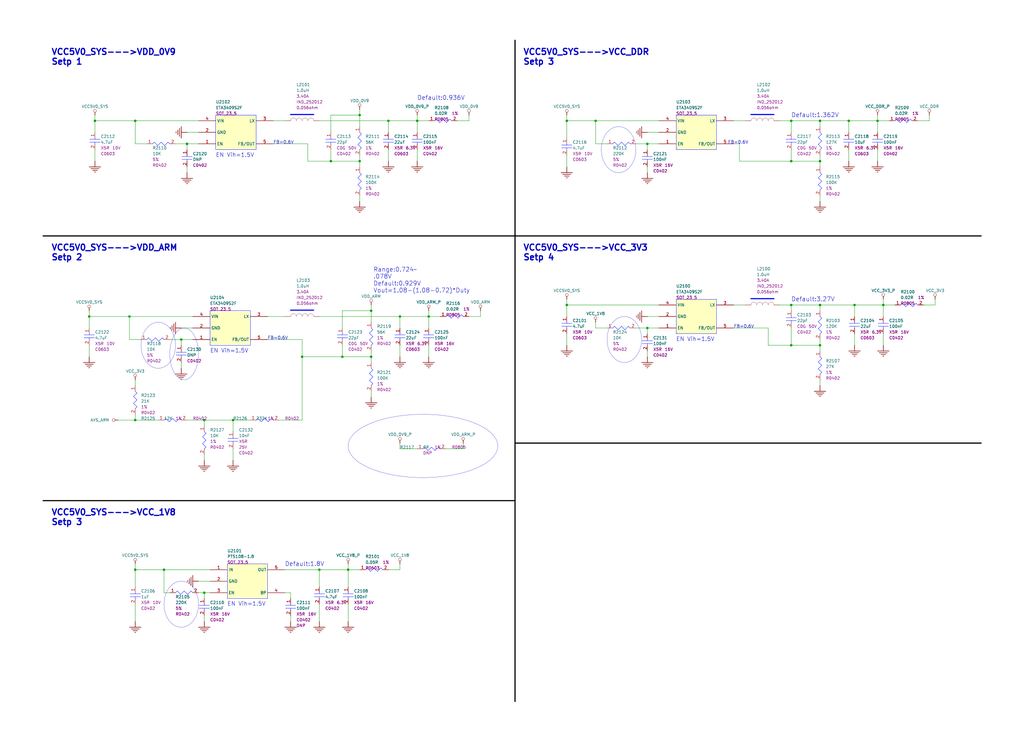
<source format=kicad_sch>
(kicad_sch (version 20250114) (generator "eeschema") (generator_version "9.0")
  (paper "User" 452 326.7)
  (bezier (pts (xy 87.63 156.21) (xy 87.63 149.8973) (xy 84.787 144.78) (xy 81.28 144.78)) (stroke (width 0.0254)))
  (bezier (pts (xy 153.67 196.85) (xy 153.67 204.5654) (xy 168.4535 210.82) (xy 186.69 210.82)) (stroke (width 0.0254)))
  (bezier (pts (xy 186.69 182.88) (xy 168.4535 182.88) (xy 153.67 189.1345) (xy 153.67 196.85)) (stroke (width 0.0254)))
  (bezier (pts (xy 267.97 149.86) (xy 267.97 155.4712) (xy 271.3815 160.02) (xy 275.59 160.02)) (stroke (width 0.0254)))
  (bezier (pts (xy 77.47 152.4) (xy 77.47 146.7887) (xy 74.0584 142.24) (xy 69.85 142.24)) (stroke (width 0.0254)))
  (bezier (pts (xy 69.85 162.56) (xy 74.0584 162.56) (xy 77.47 158.0112) (xy 77.47 152.4)) (stroke (width 0.0254)))
  (bezier (pts (xy 80.01 276.86) (xy 84.2184 276.86) (xy 87.63 272.3112) (xy 87.63 266.7)) (stroke (width 0.0254)))
  (bezier (pts (xy 186.69 210.82) (xy 204.9264 210.82) (xy 219.71 204.5654) (xy 219.71 196.85)) (stroke (width 0.0254)))
  (bezier (pts (xy 69.85 142.24) (xy 65.6415 142.24) (xy 62.23 146.7887) (xy 62.23 152.4)) (stroke (width 0.0254)))
  (bezier (pts (xy 273.05 76.2) (xy 277.2584 76.2) (xy 280.67 71.6512) (xy 280.67 66.04)) (stroke (width 0.0254)))
  (bezier (pts (xy 283.21 149.86) (xy 283.21 144.2487) (xy 279.7984 139.7) (xy 275.59 139.7)) (stroke (width 0.0254)))
  (bezier (pts (xy 62.23 152.4) (xy 62.23 158.0112) (xy 65.6415 162.56) (xy 69.85 162.56)) (stroke (width 0.0254)))
  (bezier (pts (xy 273.05 55.88) (xy 268.8415 55.88) (xy 265.43 60.4287) (xy 265.43 66.04)) (stroke (width 0.0254)))
  (bezier (pts (xy 81.28 167.64) (xy 84.787 167.64) (xy 87.63 162.5226) (xy 87.63 156.21)) (stroke (width 0.0254)))
  (bezier (pts (xy 80.01 256.54) (xy 75.8015 256.54) (xy 72.39 261.0887) (xy 72.39 266.7)) (stroke (width 0.0254)))
  (bezier (pts (xy 275.59 139.7) (xy 271.3815 139.7) (xy 267.97 144.2487) (xy 267.97 149.86)) (stroke (width 0.0254)))
  (bezier (pts (xy 219.71 196.85) (xy 219.71 189.1345) (xy 204.9264 182.88) (xy 186.69 182.88)) (stroke (width 0.0254)))
  (bezier (pts (xy 72.39 266.7) (xy 72.39 272.3112) (xy 75.8015 276.86) (xy 80.01 276.86)) (stroke (width 0.0254)))
  (bezier (pts (xy 275.59 160.02) (xy 279.7984 160.02) (xy 283.21 155.4712) (xy 283.21 149.86)) (stroke (width 0.0254)))
  (bezier (pts (xy 81.28 144.78) (xy 77.7729 144.78) (xy 74.93 149.8973) (xy 74.93 156.21)) (stroke (width 0.0254)))
  (bezier (pts (xy 265.43 66.04) (xy 265.43 71.6512) (xy 268.8415 76.2) (xy 273.05 76.2)) (stroke (width 0.0254)))
  (bezier (pts (xy 74.93 156.21) (xy 74.93 162.5226) (xy 77.7729 167.64) (xy 81.28 167.64)) (stroke (width 0.0254)))
  (bezier (pts (xy 280.67 66.04) (xy 280.67 60.4287) (xy 277.2584 55.88) (xy 273.05 55.88)) (stroke (width 0.0254)))
  (bezier (pts (xy 87.63 266.7) (xy 87.63 261.0887) (xy 84.2184 256.54) (xy 80.01 256.54)) (stroke (width 0.0254)))
  (text "Default:1.8V" (at 125.73 250.19 0) (effects (font (size 1.905 1.905)) (justify left bottom)))
  (text "EN Vih=1.5V" (at 298.45 150.876 0) (effects (font (size 1.778 1.778)) (justify left bottom)))
  (text "EN Vih=1.5V" (at 92.71 155.956 0) (effects (font (size 1.778 1.778)) (justify left bottom)))
  (text "EN Vih=1.5V" (at 95.25 69.596 0) (effects (font (size 1.778 1.778)) (justify left bottom)))
  (text "Default:3.27V" (at 349.25 133.35 0) (effects (font (size 1.905 1.905)) (justify left bottom)))
  (text "Default:0.936V" (at 184.15 44.45 0) (effects (font (size 1.905 1.905)) (justify left bottom)))
  (text "FB=0.6V" (at 118.11 150.114 0) (effects (font (size 1.397 1.397)) (justify left bottom)))
  (text "FB=0.6V" (at 323.85 145.034 0) (effects (font (size 1.397 1.397)) (justify left bottom)))
  (text "FB=0.6V" (at 321.31 63.754 0) (effects (font (size 1.397 1.397)) (justify left bottom)))
  (text "FB=0.6V" (at 120.65 63.754 0) (effects (font (size 1.397 1.397)) (justify left bottom)))
  (text "Default:1.362V" (at 349.25 52.07 0) (effects (font (size 1.905 1.905)) (justify left bottom)))
  (text "EN Vih=1.5V" (at 100.33 267.716 0) (effects (font (size 1.778 1.778)) (justify left bottom)))
  (text_box "VCC5V0_SYS--->VDD_ARM\nSetp 2" (at 87.122 117.348 0) (size -65.532 -10.668) (margins 0.9525 0.9525 0.9525 0.9525) (stroke (width -0.0001) (color 0 0 0 1)) (effects (font (size 2.667 2.667) (thickness 0.5334) (bold yes)) (justify left top)))
  (text_box "VCC5V0_SYS--->VDD_0V9\nSetp 1" (at 87.122 30.988 0) (size -65.532 -10.668) (margins 0.9525 0.9525 0.9525 0.9525) (stroke (width -0.0001) (color 0 0 0 1)) (effects (font (size 2.667 2.667) (thickness 0.5334) (bold yes)) (justify left top)))
  (text_box "VCC5V0_SYS--->VCC_3V3\nSetp 4" (at 295.402 117.348 0) (size -65.532 -10.668) (margins 0.9525 0.9525 0.9525 0.9525) (stroke (width -0.0001) (color 0 0 0 1)) (effects (font (size 2.667 2.667) (thickness 0.5334) (bold yes)) (justify left top)))
  (text_box "Range:0.724~\n.078V\nDefault:0.929V\nVout=1.08-(1.08-0.72)*Duty" (at 217.678 128.27 0) (size -53.848 -11.43) (margins 0.9525 0.9525 0.9525 0.9525) (stroke (width -0.0001) (color 0 0 0 1)) (effects (font (size 1.905 1.905)) (justify left top)))
  (text_box "VCC5V0_SYS--->VCC_DDR\nSetp 3" (at 295.402 30.988 0) (size -65.532 -10.668) (margins 0.9525 0.9525 0.9525 0.9525) (stroke (width -0.0001) (color 0 0 0 1)) (effects (font (size 2.667 2.667) (thickness 0.5334) (bold yes)) (justify left top)))
  (text_box "VCC5V0_SYS--->VCC_1V8\nSetp 3" (at 87.122 234.188 0) (size -65.532 -10.668) (margins 0.9525 0.9525 0.9525 0.9525) (stroke (width -0.0001) (color 0 0 0 1)) (effects (font (size 2.667 2.667) (thickness 0.5334) (bold yes)) (justify left top)))
  (junction (at 349.25 71.12))
  (junction (at 72.39 251.46))
  (junction (at 59.69 53.34))
  (junction (at 90.17 185.42))
  (junction (at 146.05 71.12))
  (junction (at 184.15 53.34))
  (junction (at 82.55 63.5))
  (junction (at 361.95 152.4))
  (junction (at 80.01 149.86))
  (junction (at 285.75 63.5))
  (junction (at 361.95 71.12))
  (junction (at 361.95 134.62))
  (junction (at 102.87 185.42))
  (junction (at 163.83 137.16))
  (junction (at 151.13 157.48))
  (junction (at 171.45 53.34))
  (junction (at 285.75 144.78))
  (junction (at 374.65 53.34))
  (junction (at 158.75 71.12))
  (junction (at 349.25 134.62))
  (junction (at 59.69 251.46))
  (junction (at 176.53 139.7))
  (junction (at 59.69 185.42))
  (junction (at 262.89 53.34))
  (junction (at 41.91 53.34))
  (junction (at 349.25 53.34))
  (junction (at 349.25 152.4))
  (junction (at 153.67 251.46))
  (junction (at 57.15 139.7))
  (junction (at 158.75 50.8))
  (junction (at 361.95 53.34))
  (junction (at 133.35 157.48))
  (junction (at 90.17 261.62))
  (junction (at 189.23 139.7))
  (junction (at 387.35 53.34))
  (junction (at 250.19 134.62))
  (junction (at 250.19 53.34))
  (junction (at 163.83 157.48))
  (junction (at 140.97 251.46))
  (junction (at 389.89 134.62))
  (junction (at 377.19 134.62))
  (junction (at 39.37 139.7))
  (wire (pts (xy 163.83 175.26) (xy 163.83 172.72)))
  (wire (pts (xy 135.89 71.12) (xy 135.89 63.5)))
  (wire (pts (xy 250.19 73.66) (xy 250.19 68.58)))
  (wire (pts (xy 133.35 157.48) (xy 133.35 149.86)))
  (wire (pts (xy 285.75 144.78) (xy 280.67 144.78)))
  (wire (pts (xy 128.27 274.32) (xy 128.27 271.78)))
  (wire (pts (xy 163.83 157.48) (xy 151.13 157.48)))
  (wire (pts (xy 57.15 139.7) (xy 39.37 139.7)))
  (wire (pts (xy 153.67 251.46) (xy 153.67 248.92)))
  (wire (pts (xy 140.97 274.32) (xy 140.97 266.7)))
  (wire (pts (xy 92.71 251.46) (xy 72.39 251.46)))
  (wire (pts (xy 125.73 53.34) (xy 120.65 53.34)))
  (wire (pts (xy 189.23 157.48) (xy 189.23 152.4)))
  (wire (pts (xy 189.23 144.78) (xy 189.23 139.7)))
  (wire (pts (xy 87.63 58.42) (xy 82.55 58.42)))
  (wire (pts (xy 146.05 58.42) (xy 146.05 50.8)))
  (wire (pts (xy 361.95 53.34) (xy 349.25 53.34)))
  (wire (pts (xy 387.35 58.42) (xy 387.35 53.34)))
  (wire (pts (xy 285.75 147.32) (xy 285.75 144.78)))
  (wire (pts (xy 250.19 60.96) (xy 250.19 53.34)))
  (wire (pts (xy 349.25 71.12) (xy 326.39 71.12)))
  (wire (pts (xy 412.75 134.62) (xy 407.67 134.62)))
  (wire (pts (xy 176.53 198.12) (xy 176.53 195.58)))
  (wire (pts (xy 158.75 68.58) (xy 158.75 71.12)))
  (wire (pts (xy 133.35 185.42) (xy 123.19 185.42)))
  (wire (pts (xy 64.77 63.5) (xy 59.69 63.5)))
  (wire (pts (xy 151.13 157.48) (xy 133.35 157.48)))
  (wire (pts (xy 72.39 251.46) (xy 59.69 251.46)))
  (wire (pts (xy 90.17 274.32) (xy 90.17 271.78)))
  (wire (pts (xy 153.67 251.46) (xy 158.75 251.46)))
  (wire (pts (xy 361.95 88.9) (xy 361.95 86.36)))
  (wire (pts (xy 158.75 73.66) (xy 158.75 71.12)))
  (wire (pts (xy 62.23 149.86) (xy 57.15 149.86)))
  (wire (pts (xy 82.55 63.5) (xy 87.63 63.5)))
  (wire (pts (xy 80.01 149.86) (xy 85.09 149.86)))
  (wire (pts (xy 135.89 63.5) (xy 120.65 63.5)))
  (wire (pts (xy 184.15 198.12) (xy 176.53 198.12)))
  (wire (pts (xy 176.53 139.7) (xy 140.97 139.7)))
  (wire (pts (xy 85.09 144.78) (xy 80.01 144.78)))
  (wire (pts (xy 39.37 139.7) (xy 39.37 137.16)))
  (polyline (pts (xy 19.05 220.98) (xy 227.33 220.98)) (stroke (width 0.508) (type solid) (color 0 0 0 1)))
  (wire (pts (xy 59.69 185.42) (xy 69.85 185.42)))
  (wire (pts (xy 146.05 50.8) (xy 158.75 50.8)))
  (wire (pts (xy 102.87 190.5) (xy 102.87 185.42)))
  (wire (pts (xy 176.53 144.78) (xy 176.53 139.7)))
  (wire (pts (xy 361.95 152.4) (xy 361.95 149.86)))
  (wire (pts (xy 290.83 58.42) (xy 285.75 58.42)))
  (wire (pts (xy 39.37 144.78) (xy 39.37 139.7)))
  (wire (pts (xy 90.17 185.42) (xy 102.87 185.42)))
  (wire (pts (xy 90.17 264.16) (xy 90.17 261.62)))
  (wire (pts (xy 339.09 152.4) (xy 349.25 152.4)))
  (wire (pts (xy 184.15 53.34) (xy 171.45 53.34)))
  (wire (pts (xy 82.55 66.04) (xy 82.55 63.5)))
  (wire (pts (xy 140.97 251.46) (xy 153.67 251.46)))
  (wire (pts (xy 189.23 139.7) (xy 189.23 137.16)))
  (wire (pts (xy 158.75 55.88) (xy 158.75 50.8)))
  (wire (pts (xy 39.37 157.48) (xy 39.37 152.4)))
  (wire (pts (xy 212.09 137.16) (xy 212.09 139.7)))
  (wire (pts (xy 59.69 63.5) (xy 59.69 53.34)))
  (wire (pts (xy 189.23 53.34) (xy 184.15 53.34)))
  (wire (pts (xy 207.01 50.8) (xy 207.01 53.34)))
  (wire (pts (xy 328.93 134.62) (xy 323.85 134.62)))
  (wire (pts (xy 80.01 149.86) (xy 74.93 149.86)))
  (polyline (pts (xy 227.33 104.14) (xy 433.07 104.14)) (stroke (width 0.508) (type solid) (color 0 0 0 1)))
  (wire (pts (xy 361.95 73.66) (xy 361.95 71.12)))
  (wire (pts (xy 153.67 259.08) (xy 153.67 251.46)))
  (wire (pts (xy 387.35 53.34) (xy 374.65 53.34)))
  (wire (pts (xy 389.89 134.62) (xy 377.19 134.62)))
  (wire (pts (xy 85.09 139.7) (xy 57.15 139.7)))
  (wire (pts (xy 349.25 66.04) (xy 349.25 71.12)))
  (wire (pts (xy 90.17 187.96) (xy 90.17 185.42)))
  (wire (pts (xy 41.91 53.34) (xy 41.91 58.42)))
  (wire (pts (xy 59.69 274.32) (xy 59.69 266.7)))
  (wire (pts (xy 163.83 137.16) (xy 163.83 134.62)))
  (wire (pts (xy 285.75 157.48) (xy 285.75 154.94)))
  (wire (pts (xy 374.65 53.34) (xy 361.95 53.34)))
  (wire (pts (xy 74.93 261.62) (xy 72.39 261.62)))
  (wire (pts (xy 151.13 137.16) (xy 163.83 137.16)))
  (wire (pts (xy 133.35 149.86) (xy 118.11 149.86)))
  (wire (pts (xy 171.45 53.34) (xy 171.45 58.42)))
  (wire (pts (xy 387.35 66.04) (xy 387.35 71.12)))
  (wire (pts (xy 328.93 53.34) (xy 323.85 53.34)))
  (wire (pts (xy 82.55 185.42) (xy 90.17 185.42)))
  (wire (pts (xy 189.23 139.7) (xy 176.53 139.7)))
  (wire (pts (xy 285.75 63.5) (xy 290.83 63.5)))
  (wire (pts (xy 184.15 58.42) (xy 184.15 53.34)))
  (wire (pts (xy 267.97 63.5) (xy 262.89 63.5)))
  (wire (pts (xy 59.69 251.46) (xy 59.69 248.92)))
  (wire (pts (xy 377.19 134.62) (xy 361.95 134.62)))
  (wire (pts (xy 389.89 134.62) (xy 389.89 139.7)))
  (wire (pts (xy 412.75 132.08) (xy 412.75 134.62)))
  (wire (pts (xy 387.35 53.34) (xy 387.35 50.8)))
  (wire (pts (xy 361.95 152.4) (xy 349.25 152.4)))
  (wire (pts (xy 349.25 152.4) (xy 349.25 144.78)))
  (wire (pts (xy 349.25 137.16) (xy 349.25 134.62)))
  (wire (pts (xy 377.19 152.4) (xy 377.19 147.32)))
  (wire (pts (xy 90.17 203.2) (xy 90.17 200.66)))
  (wire (pts (xy 171.45 71.12) (xy 171.45 66.04)))
  (wire (pts (xy 82.55 76.2) (xy 82.55 73.66)))
  (wire (pts (xy 146.05 71.12) (xy 135.89 71.12)))
  (wire (pts (xy 285.75 66.04) (xy 285.75 63.5)))
  (wire (pts (xy 133.35 157.48) (xy 133.35 185.42)))
  (wire (pts (xy 389.89 152.4) (xy 389.89 147.32)))
  (wire (pts (xy 389.89 132.08) (xy 389.89 134.62)))
  (wire (pts (xy 59.69 53.34) (xy 87.63 53.34)))
  (wire (pts (xy 361.95 55.88) (xy 361.95 53.34)))
  (wire (pts (xy 285.75 63.5) (xy 280.67 63.5)))
  (wire (pts (xy 262.89 53.34) (xy 290.83 53.34)))
  (wire (pts (xy 59.69 185.42) (xy 59.69 182.88)))
  (wire (pts (xy 158.75 50.8) (xy 158.75 48.26)))
  (wire (pts (xy 410.21 50.8) (xy 410.21 53.34)))
  (wire (pts (xy 361.95 137.16) (xy 361.95 134.62)))
  (wire (pts (xy 128.27 264.16) (xy 128.27 261.62)))
  (wire (pts (xy 194.31 139.7) (xy 189.23 139.7)))
  (wire (pts (xy 361.95 71.12) (xy 361.95 68.58)))
  (wire (pts (xy 262.89 63.5) (xy 262.89 53.34)))
  (wire (pts (xy 349.25 53.34) (xy 344.17 53.34)))
  (wire (pts (xy 204.47 198.12) (xy 204.47 195.58)))
  (wire (pts (xy 196.85 198.12) (xy 204.47 198.12)))
  (wire (pts (xy 250.19 139.7) (xy 250.19 134.62)))
  (polyline (pts (xy 227.33 17.78) (xy 227.33 104.14)) (stroke (width 0.508) (type solid) (color 0 0 0 1)))
  (wire (pts (xy 262.89 53.34) (xy 250.19 53.34)))
  (polyline (pts (xy 19.05 104.14) (xy 227.33 104.14)) (stroke (width 0.508) (type solid) (color 0 0 0 1)))
  (wire (pts (xy 374.65 71.12) (xy 374.65 66.04)))
  (wire (pts (xy 57.15 149.86) (xy 57.15 139.7)))
  (wire (pts (xy 140.97 259.08) (xy 140.97 251.46)))
  (wire (pts (xy 212.09 139.7) (xy 207.01 139.7)))
  (wire (pts (xy 163.83 160.02) (xy 163.83 157.48)))
  (wire (pts (xy 90.17 261.62) (xy 92.71 261.62)))
  (wire (pts (xy 326.39 63.5) (xy 323.85 63.5)))
  (wire (pts (xy 125.73 251.46) (xy 140.97 251.46)))
  (wire (pts (xy 290.83 139.7) (xy 285.75 139.7)))
  (wire (pts (xy 72.39 261.62) (xy 72.39 251.46)))
  (wire (pts (xy 250.19 152.4) (xy 250.19 147.32)))
  (wire (pts (xy 374.65 58.42) (xy 374.65 53.34)))
  (wire (pts (xy 87.63 261.62) (xy 90.17 261.62)))
  (wire (pts (xy 41.91 50.8) (xy 41.91 53.34)))
  (wire (pts (xy 80.01 152.4) (xy 80.01 149.86)))
  (wire (pts (xy 250.19 134.62) (xy 250.19 132.08)))
  (wire (pts (xy 285.75 76.2) (xy 285.75 73.66)))
  (wire (pts (xy 140.97 53.34) (xy 171.45 53.34)))
  (wire (pts (xy 323.85 144.78) (xy 339.09 144.78)))
  (wire (pts (xy 80.01 162.56) (xy 80.01 160.02)))
  (wire (pts (xy 41.91 53.34) (xy 59.69 53.34)))
  (wire (pts (xy 207.01 53.34) (xy 201.93 53.34)))
  (wire (pts (xy 128.27 261.62) (xy 125.73 261.62)))
  (wire (pts (xy 377.19 139.7) (xy 377.19 134.62)))
  (wire (pts (xy 176.53 157.48) (xy 176.53 152.4)))
  (wire (pts (xy 361.95 134.62) (xy 349.25 134.62)))
  (wire (pts (xy 285.75 144.78) (xy 290.83 144.78)))
  (wire (pts (xy 102.87 203.2) (xy 102.87 198.12)))
  (wire (pts (xy 153.67 274.32) (xy 153.67 266.7)))
  (wire (pts (xy 59.69 259.08) (xy 59.69 251.46)))
  (wire (pts (xy 52.07 185.42) (xy 59.69 185.42)))
  (wire (pts (xy 176.53 251.46) (xy 171.45 251.46)))
  (wire (pts (xy 394.97 134.62) (xy 389.89 134.62)))
  (wire (pts (xy 102.87 185.42) (xy 110.49 185.42)))
  (wire (pts (xy 176.53 248.92) (xy 176.53 251.46)))
  (wire (pts (xy 410.21 53.34) (xy 405.13 53.34)))
  (wire (pts (xy 361.95 154.94) (xy 361.95 152.4)))
  (wire (pts (xy 267.97 144.78) (xy 262.89 144.78)))
  (wire (pts (xy 184.15 53.34) (xy 184.15 50.8)))
  (wire (pts (xy 59.69 170.18) (xy 59.69 167.64)))
  (wire (pts (xy 158.75 88.9) (xy 158.75 86.36)))
  (polyline (pts (xy 227.33 104.14) (xy 227.33 309.626)) (stroke (width 0.508) (type solid) (color 0 0 0 1)))
  (wire (pts (xy 392.43 53.34) (xy 387.35 53.34)))
  (wire (pts (xy 146.05 71.12) (xy 146.05 66.04)))
  (wire (pts (xy 92.71 256.54) (xy 87.63 256.54)))
  (wire (pts (xy 163.83 154.94) (xy 163.83 157.48)))
  (wire (pts (xy 151.13 144.78) (xy 151.13 137.16)))
  (wire (pts (xy 158.75 71.12) (xy 146.05 71.12)))
  (polyline (pts (xy 227.33 195.58) (xy 433.07 195.58)) (stroke (width 0.508) (type solid) (color 0 0 0 1)))
  (wire (pts (xy 163.83 142.24) (xy 163.83 137.16)))
  (wire (pts (xy 361.95 71.12) (xy 349.25 71.12)))
  (wire (pts (xy 250.19 53.34) (xy 250.19 50.8)))
  (wire (pts (xy 41.91 66.04) (xy 41.91 71.12)))
  (wire (pts (xy 349.25 134.62) (xy 344.17 134.62)))
  (wire (pts (xy 349.25 58.42) (xy 349.25 53.34)))
  (wire (pts (xy 361.95 170.18) (xy 361.95 167.64)))
  (wire (pts (xy 82.55 63.5) (xy 77.47 63.5)))
  (wire (pts (xy 290.83 134.62) (xy 250.19 134.62)))
  (wire (pts (xy 151.13 157.48) (xy 151.13 152.4)))
  (wire (pts (xy 262.89 144.78) (xy 262.89 142.24)))
  (wire (pts (xy 326.39 71.12) (xy 326.39 63.5)))
  (wire (pts (xy 125.73 139.7) (xy 118.11 139.7)))
  (wire (pts (xy 339.09 144.78) (xy 339.09 152.4)))
  (wire (pts (xy 184.15 71.12) (xy 184.15 66.04)))
  (symbol (lib_id "RV1106G_EVB1_V11_20220401LX-altium-import:GND_POWER_GROUND") (at 389.89 152.4 0) (unit 1)
    (property "Reference" "#PWR?" (effects (hide yes)))
    (property "Value" "GND" (effects (hide yes)))
  )
  (symbol (lib_id "RV1106G_EVB1_V11_20220401LX-altium-import:VCC_DDR_CIRCLE") (at 410.21 50.8 180) (unit 1)
    (property "Reference" "#PWR?" (effects (hide yes)))
    (property "Value" "VCC_DDR" (at 410.21 46.99 0))
  )
  (symbol (lib_name "root_0_CAP NP_*_3") (lib_id "*:root_0_CAP NP_*") (at 173.99 147.32 0) (unit 1)
    (property "Reference" "C2124" (at 179.07 147.32 0) (effects (justify left bottom)))
    (property "Value" "22uF" (at 179.07 149.86 0) (effects (justify left bottom)))
    (property "Footprint" "C0603" (effects (hide yes)))
    (property "Description" "cap,22.00uF,+/-20%,6.3V,X5R,C0603" (effects (hide yes)))
    (property "DIELECTRIC" "X5R" (at 179.07 152.4 0) (effects (justify left bottom)))
    (property "PCB FOOTPRINT" "C0603" (at 179.07 154.94 0) (effects (justify left bottom)))
    (property "VOLTAGE" "6.3V" (at 184.15 152.4 0) (effects (justify left bottom)))
    (property "RK PN" "C1608X5R0J226M080AC" (effects (hide yes)))
    (property "PRIORITY" "A" (effects (hide yes)))
    (property "PART TYPE" "C0603" (effects (hide yes)))
    (property "TOLERANCE" "20%" (effects (hide yes)))
    (property "MANUFACTURER" "TDK" (effects (hide yes)))
    (property "MANUFACTURER PN" "C1608X5R0J226M080AC" (effects (hide yes)))
    (property "CREATED BY" "JJJ" (effects (hide yes)))
  )
  (symbol (lib_name "root_0_CAP NP_*_18") (lib_id "*:root_0_CAP NP_*") (at 283.21 149.86 0) (unit 1)
    (property "Reference" "C2131" (at 288.29 149.86 0) (effects (justify left bottom)))
    (property "Value" "100nF" (at 288.29 152.4 0) (effects (justify left bottom)))
    (property "Footprint" "C0402" (effects (hide yes)))
    (property "Description" "cap,100.00nF,+/-10%,16V,X5R,C0402" (effects (hide yes)))
    (property "DIELECTRIC" "X5R" (at 288.29 154.94 0) (effects (justify left bottom)))
    (property "PCB FOOTPRINT" "C0402" (at 288.29 157.48 0) (effects (justify left bottom)))
    (property "VOLTAGE" "16V" (at 293.37 154.94 0) (effects (justify left bottom)))
    (property "CREATED BY" "JJJ" (effects (hide yes)))
    (property "MANUFACTURER PN" "C1005X5R1C104K050BA" (effects (hide yes)))
    (property "MANUFACTURER" "TDK" (effects (hide yes)))
    (property "TOLERANCE" "10%" (effects (hide yes)))
    (property "PART TYPE" "C0402" (effects (hide yes)))
    (property "PRIORITY" "A" (effects (hide yes)))
    (property "RK PN" "C1005X5R1C104K050BA" (effects (hide yes)))
  )
  (symbol (lib_id "RV1106G_EVB1_V11_20220401LX-altium-import:GND_POWER_GROUND") (at 90.17 274.32 0) (unit 1)
    (property "Reference" "#PWR?" (effects (hide yes)))
    (property "Value" "GND" (effects (hide yes)))
  )
  (symbol (lib_id "*:root_2_mirrored_DCDC_SY8088_*") (at 92.71 152.4 0) (unit 1)
    (property "Reference" "U2104" (at 92.71 132.08 0) (effects (justify left bottom)))
    (property "Value" "ETA3409S2F" (at 92.71 134.62 0) (effects (justify left bottom)))
    (property "Footprint" "SOT_23_5" (effects (hide yes)))
    (property "Description" "High Efficiency 5.5V, 2A continuous, 3A peak, 1MHz Synchronous Step Down Regulator" (effects (hide yes)))
    (property "PCB FOOTPRINT" "SOT_23_5" (at 92.71 137.16 0) (effects (justify left bottom)))
    (property "CREATED BY" "JJJ" (effects (hide yes)))
    (property "MANUFACTURER PN" "SY8089AAC" (effects (hide yes)))
    (property "MANUFACTURER" "Silergy（矽力杰）" (effects (hide yes)))
    (property "PART TYPE" "DCDC" (effects (hide yes)))
    (property "PRIORITY" "A" (effects (hide yes)))
    (property "RK PN" "SY8089AAC" (effects (hide yes)))
  )
  (symbol (lib_name "root_0_CAP NP_*_16") (lib_id "*:root_0_CAP NP_*") (at 374.65 142.24 0) (unit 1)
    (property "Reference" "C2104" (at 379.73 142.24 0) (effects (justify left bottom)))
    (property "Value" "22uF" (at 379.73 144.78 0) (effects (justify left bottom)))
    (property "Footprint" "C0603" (effects (hide yes)))
    (property "Description" "cap,22.00uF,+/-20%,6.3V,X5R,C0603" (effects (hide yes)))
    (property "DIELECTRIC" "X5R" (at 379.73 147.32 0) (effects (justify left bottom)))
    (property "PCB FOOTPRINT" "C0603" (at 379.73 149.86 0) (effects (justify left bottom)))
    (property "VOLTAGE" "6.3V" (at 384.81 147.32 0) (effects (justify left bottom)))
    (property "RK PN" "C1608X5R0J226M080AC" (effects (hide yes)))
    (property "PRIORITY" "A" (effects (hide yes)))
    (property "PART TYPE" "C0603" (effects (hide yes)))
    (property "TOLERANCE" "20%" (effects (hide yes)))
    (property "MANUFACTURER" "TDK" (effects (hide yes)))
    (property "MANUFACTURER PN" "C1608X5R0J226M080AC" (effects (hide yes)))
    (property "CREATED BY" "JJJ" (effects (hide yes)))
  )
  (symbol (lib_name "root_1_RESISTOR_Dup1_*_2") (lib_id "*:root_1_RESISTOR_Dup1_*") (at 72.39 187.96 0) (unit 1)
    (property "Reference" "R2125" (at 62.23 185.42 0) (effects (justify left bottom)))
    (property "Value" "12K" (at 72.39 185.42 0) (effects (justify left bottom)))
    (property "Footprint" "R0402" (effects (hide yes)))
    (property "Description" "通用厚膜电阻,12K,+/-1%,R0402,1/16W." (effects (hide yes)))
    (property "PCB FOOTPRINT" "R0402" (at 85.09 185.42 0) (effects (justify left bottom)))
    (property "TOLERANCE" "1%" (at 77.47 185.42 0) (effects (justify left bottom)))
    (property "CREATED BY" "YTL" (effects (hide yes)))
    (property "MANUFACTURER PN" "RC0402FR-0712KL" (effects (hide yes)))
    (property "MANUFACTURER" "YAGEO" (effects (hide yes)))
    (property "WATTAGE" "1/16W" (effects (hide yes)))
    (property "PART TYPE" "通用厚膜电阻" (effects (hide yes)))
    (property "PRIORITY" "A" (effects (hide yes)))
    (property "RK PN" "RC0402FR-0712KL" (effects (hide yes)))
  )
  (symbol (lib_name "root_0_CAP NP_*_5") (lib_id "*:root_0_CAP NP_*") (at 87.63 266.7 0) (unit 1)
    (property "Reference" "C2110" (at 92.71 266.7 0) (effects (justify left bottom)))
    (property "Value" "100nF" (at 92.71 269.24 0) (effects (justify left bottom)))
    (property "Footprint" "C0402" (effects (hide yes)))
    (property "Description" "cap,100.00nF,+/-10%,16V,X5R,C0402" (effects (hide yes)))
    (property "DIELECTRIC" "X5R" (at 92.71 271.78 0) (effects (justify left bottom)))
    (property "PCB FOOTPRINT" "C0402" (at 92.71 274.32 0) (effects (justify left bottom)))
    (property "VOLTAGE" "16V" (at 97.79 271.78 0) (effects (justify left bottom)))
    (property "CREATED BY" "JJJ" (effects (hide yes)))
    (property "MANUFACTURER PN" "C1005X5R1C104K050BA" (effects (hide yes)))
    (property "MANUFACTURER" "TDK" (effects (hide yes)))
    (property "TOLERANCE" "10%" (effects (hide yes)))
    (property "PART TYPE" "C0402" (effects (hide yes)))
    (property "PRIORITY" "A" (effects (hide yes)))
    (property "RK PN" "C1005X5R1C104K050BA" (effects (hide yes)))
  )
  (symbol (lib_id "*:root_0_CAP NP_*") (at 36.83 147.32 0) (unit 1)
    (property "Reference" "C2122" (at 41.91 147.32 0) (effects (justify left bottom)))
    (property "Value" "4.7uF" (at 41.91 149.86 0) (effects (justify left bottom)))
    (property "Footprint" "C0603" (effects (hide yes)))
    (property "Description" "cap,4.70uF,+/-10%,10V,X5R,C0603" (effects (hide yes)))
    (property "DIELECTRIC" "X5R" (at 41.91 152.4 0) (effects (justify left bottom)))
    (property "PCB FOOTPRINT" "C0603" (at 41.91 154.94 0) (effects (justify left bottom)))
    (property "VOLTAGE" "10V" (at 46.99 152.4 0) (effects (justify left bottom)))
    (property "RK PN" "C1608X5R1A475K080AC" (effects (hide yes)))
    (property "PRIORITY" "A" (effects (hide yes)))
    (property "PART TYPE" "C0603" (effects (hide yes)))
    (property "TOLERANCE" "10%" (effects (hide yes)))
    (property "MANUFACTURER" "TDK" (effects (hide yes)))
    (property "MANUFACTURER PN" "C1608X5R1A475K080AC" (effects (hide yes)))
    (property "CREATED BY" "JJJ" (effects (hide yes)))
  )
  (symbol (lib_id "RV1106G_EVB1_V11_20220401LX-altium-import:VCC_3V3_P_CIRCLE") (at 389.89 132.08 180) (unit 1)
    (property "Reference" "#PWR?" (effects (hide yes)))
    (property "Value" "VCC_3V3_P" (at 389.89 128.27 0))
  )
  (symbol (lib_name "root_0_RESISTOR_Dup1_*_6") (lib_id "*:root_0_RESISTOR_Dup1_*") (at 359.41 157.48 0) (unit 1)
    (property "Reference" "R2107" (at 364.49 160.02 0) (effects (justify left bottom)))
    (property "Value" "27K" (at 364.49 162.56 0) (effects (justify left bottom)))
    (property "Footprint" "R0402" (effects (hide yes)))
    (property "Description" "通用厚膜电阻,27K,+/-1%,R0402,1/16W." (effects (hide yes)))
    (property "PCB FOOTPRINT" "R0402" (at 364.49 167.64 0) (effects (justify left bottom)))
    (property "TOLERANCE" "1%" (at 364.49 165.1 0) (effects (justify left bottom)))
    (property "RK PN" "RC0402FR-0727KL" (effects (hide yes)))
    (property "PRIORITY" "A" (effects (hide yes)))
    (property "PART TYPE" "通用厚膜电阻" (effects (hide yes)))
    (property "WATTAGE" "1/16W" (effects (hide yes)))
    (property "MANUFACTURER" "YAGEO" (effects (hide yes)))
    (property "MANUFACTURER PN" "RC0402FR-0727KL" (effects (hide yes)))
    (property "CREATED BY" "YTL" (effects (hide yes)))
  )
  (symbol (lib_id "RV1106G_EVB1_V11_20220401LX-altium-import:GND_POWER_GROUND") (at 184.15 71.12 0) (unit 1)
    (property "Reference" "#PWR?" (effects (hide yes)))
    (property "Value" "GND" (effects (hide yes)))
  )
  (symbol (lib_name "root_0_RESISTOR_Dup1_*_4") (lib_id "*:root_0_RESISTOR_Dup1_*") (at 161.29 144.78 0) (unit 1)
    (property "Reference" "R2119" (at 166.37 144.78 0) (effects (justify left bottom)))
    (property "Value" "56K" (at 166.37 147.32 0) (effects (justify left bottom)))
    (property "Footprint" "R0402" (effects (hide yes)))
    (property "Description" "通用厚膜电阻,56K,+/-1%,R0402,1/16W." (effects (hide yes)))
    (property "PCB FOOTPRINT" "R0402" (at 166.37 152.4 0) (effects (justify left bottom)))
    (property "TOLERANCE" "1%" (at 166.37 149.86 0) (effects (justify left bottom)))
    (property "RK PN" "RC0402FR-0756KL" (effects (hide yes)))
    (property "PRIORITY" "A" (effects (hide yes)))
    (property "PART TYPE" "通用厚膜电阻" (effects (hide yes)))
    (property "WATTAGE" "1/16W" (effects (hide yes)))
    (property "MANUFACTURER" "YAGEO" (effects (hide yes)))
    (property "MANUFACTURER PN" "RC0402FR-0756KL" (effects (hide yes)))
    (property "CREATED BY" "YTL" (effects (hide yes)))
  )
  (symbol (lib_id "RV1106G_EVB1_V11_20220401LX-altium-import:GND_POWER_GROUND") (at 171.45 71.12 0) (unit 1)
    (property "Reference" "#PWR?" (effects (hide yes)))
    (property "Value" "GND" (effects (hide yes)))
  )
  (symbol (lib_id "RV1106G_EVB1_V11_20220401LX-altium-import:VDD_0V9_CIRCLE") (at 207.01 50.8 180) (unit 1)
    (property "Reference" "#PWR?" (effects (hide yes)))
    (property "Value" "VDD_0V9" (at 207.01 46.99 0))
  )
  (symbol (lib_id "RV1106G_EVB1_V11_20220401LX-altium-import:VCC5V0_SYS_CIRCLE") (at 41.91 50.8 180) (unit 1)
    (property "Reference" "#PWR?" (effects (hide yes)))
    (property "Value" "VCC5V0_SYS" (at 41.91 46.99 0))
  )
  (symbol (lib_id "*:root_0_CAP NP_*") (at 39.37 60.96 0) (unit 1)
    (property "Reference" "C2112" (at 44.45 60.96 0) (effects (justify left bottom)))
    (property "Value" "4.7uF" (at 44.45 63.5 0) (effects (justify left bottom)))
    (property "Footprint" "C0603" (effects (hide yes)))
    (property "Description" "cap,4.70uF,+/-10%,10V,X5R,C0603" (effects (hide yes)))
    (property "DIELECTRIC" "X5R" (at 44.45 66.04 0) (effects (justify left bottom)))
    (property "PCB FOOTPRINT" "C0603" (at 44.45 68.58 0) (effects (justify left bottom)))
    (property "VOLTAGE" "10V" (at 49.53 66.04 0) (effects (justify left bottom)))
    (property "CREATED BY" "JJJ" (effects (hide yes)))
    (property "MANUFACTURER PN" "C1608X5R1A475K080AC" (effects (hide yes)))
    (property "MANUFACTURER" "TDK" (effects (hide yes)))
    (property "TOLERANCE" "10%" (effects (hide yes)))
    (property "PART TYPE" "C0603" (effects (hide yes)))
    (property "PRIORITY" "A" (effects (hide yes)))
    (property "RK PN" "C1608X5R1A475K080AC" (effects (hide yes)))
  )
  (symbol (lib_id "RV1106G_EVB1_V11_20220401LX-altium-import:VDD_ARM_CIRCLE") (at 163.83 134.62 180) (unit 1)
    (property "Reference" "#PWR?" (effects (hide yes)))
    (property "Value" "VDD_ARM" (at 163.83 130.81 0))
  )
  (symbol (lib_name "root_0_CAP NP_*_2") (lib_id "*:root_0_CAP NP_*") (at 80.01 68.58 0) (unit 1)
    (property "Reference" "C2120" (at 85.09 68.58 0) (effects (justify left bottom)))
    (property "Value" "DNP" (at 85.09 71.12 0) (effects (justify left bottom)))
    (property "Footprint" "C0402" (effects (hide yes)))
    (property "Description" "Did Not Place." (effects (hide yes)))
    (property "PCB FOOTPRINT" "C0402" (at 85.09 73.66 0) (effects (justify left bottom)))
    (property "CREATED BY" "JJJ" (effects (hide yes)))
    (property "MANUFACTURER PN" "DNPC0402" (effects (hide yes)))
    (property "PART TYPE" "DNP" (effects (hide yes)))
    (property "PRIORITY" "A" (effects (hide yes)))
    (property "RK PN" "DNPC0402" (effects (hide yes)))
  )
  (symbol (lib_name "root_1_RESISTOR_Dup1_*_7") (lib_id "*:root_1_RESISTOR_Dup1_*") (at 186.69 200.66 0) (unit 1)
    (property "Reference" "R2117" (at 176.53 198.12 0) (effects (justify left bottom)))
    (property "Value" "0R" (at 186.69 198.12 0) (effects (justify left bottom)))
    (property "Footprint" "R0402" (effects (hide yes)))
    (property "Description" "通用厚膜电阻,0R,+/-1%,R0805,1/8W." (effects (hide yes)))
    (property "PCB FOOTPRINT" "R0805" (at 199.39 198.12 0) (effects (justify left bottom)))
    (property "TOLERANCE" "1%" (at 191.77 198.12 0) (effects (justify left bottom)))
    (property "OPTION" "DNP" (at 186.69 200.66 0) (effects (justify left bottom)))
    (property "RK PN" "RC0805FR-070RL" (effects (hide yes)))
    (property "PRIORITY" "A" (effects (hide yes)))
    (property "PART TYPE" "通用厚膜电阻" (effects (hide yes)))
    (property "WATTAGE" "1/8W" (effects (hide yes)))
    (property "MANUFACTURER" "YAGEO" (effects (hide yes)))
    (property "MANUFACTURER PN" "RC0805FR-070RL" (effects (hide yes)))
    (property "CREATED BY" "YTL" (effects (hide yes)))
  )
  (symbol (lib_name "root_0_RESISTOR_Dup1_*_3") (lib_id "*:root_0_RESISTOR_Dup1_*") (at 156.21 58.42 0) (unit 1)
    (property "Reference" "R2111" (at 161.29 60.96 0) (effects (justify left bottom)))
    (property "Value" "56K" (at 161.29 63.5 0) (effects (justify left bottom)))
    (property "Footprint" "R0402" (effects (hide yes)))
    (property "Description" "通用厚膜电阻,56K,+/-1%,R0402,1/16W." (effects (hide yes)))
    (property "PCB FOOTPRINT" "R0402" (at 161.29 68.58 0) (effects (justify left bottom)))
    (property "TOLERANCE" "1%" (at 161.29 66.04 0) (effects (justify left bottom)))
    (property "CREATED BY" "YTL" (effects (hide yes)))
    (property "MANUFACTURER PN" "RC0402FR-0756KL" (effects (hide yes)))
    (property "MANUFACTURER" "YAGEO" (effects (hide yes)))
    (property "WATTAGE" "1/16W" (effects (hide yes)))
    (property "PART TYPE" "通用厚膜电阻" (effects (hide yes)))
    (property "PRIORITY" "A" (effects (hide yes)))
    (property "RK PN" "RC0402FR-0756KL" (effects (hide yes)))
  )
  (symbol (lib_id "RV1106G_EVB1_V11_20220401LX-altium-import:GND_POWER_GROUND") (at 82.55 76.2 0) (unit 1)
    (property "Reference" "#PWR?" (effects (hide yes)))
    (property "Value" "GND" (effects (hide yes)))
  )
  (symbol (lib_id "RV1106G_EVB1_V11_20220401LX-altium-import:AVS_ARM_CIRCLE") (at 52.07 185.42 270) (unit 1)
    (property "Reference" "#PWR?" (effects (hide yes)))
    (property "Value" "AVS_ARM" (at 48.26 185.42 90) (effects (justify right)))
  )
  (symbol (lib_name "root_0_CAP NP_*_4") (lib_id "*:root_0_CAP NP_*") (at 100.33 193.04 0) (unit 1)
    (property "Reference" "C2132" (at 105.41 190.5 0) (effects (justify left bottom)))
    (property "Value" "10nF" (at 105.41 193.04 0) (effects (justify left bottom)))
    (property "Footprint" "C0402" (effects (hide yes)))
    (property "Description" "cap,10.00nF,+/-10%,25V,X5R,C0402" (effects (hide yes)))
    (property "DIELECTRIC" "X5R" (at 105.41 195.58 0) (effects (justify left bottom)))
    (property "PCB FOOTPRINT" "C0402" (at 105.41 200.66 0) (effects (justify left bottom)))
    (property "VOLTAGE" "25V" (at 105.41 198.12 0) (effects (justify left bottom)))
    (property "RK PN" "C1005X5R1E103K050BA" (effects (hide yes)))
    (property "PRIORITY" "A" (effects (hide yes)))
    (property "PART TYPE" "C0402" (effects (hide yes)))
    (property "TOLERANCE" "10%" (effects (hide yes)))
    (property "MANUFACTURER" "TDK" (effects (hide yes)))
    (property "MANUFACTURER PN" "C1005X5R1E103K050BA" (effects (hide yes)))
    (property "CREATED BY" "JJJ" (effects (hide yes)))
  )
  (symbol (lib_id "RV1106G_EVB1_V11_20220401LX-altium-import:GND_POWER_GROUND") (at 285.75 58.42 270) (unit 1)
    (property "Reference" "#PWR?" (effects (hide yes)))
    (property "Value" "GND" (effects (hide yes)))
  )
  (symbol (lib_id "RV1106G_EVB1_V11_20220401LX-altium-import:GND_POWER_GROUND") (at 176.53 157.48 0) (unit 1)
    (property "Reference" "#PWR?" (effects (hide yes)))
    (property "Value" "GND" (effects (hide yes)))
  )
  (symbol (lib_id "RV1106G_EVB1_V11_20220401LX-altium-import:GND_POWER_GROUND") (at 59.69 274.32 0) (unit 1)
    (property "Reference" "#PWR?" (effects (hide yes)))
    (property "Value" "GND" (effects (hide yes)))
  )
  (symbol (lib_id "RV1106G_EVB1_V11_20220401LX-altium-import:GND_POWER_GROUND") (at 377.19 152.4 0) (unit 1)
    (property "Reference" "#PWR?" (effects (hide yes)))
    (property "Value" "GND" (effects (hide yes)))
  )
  (symbol (lib_id "*:root_2_mirrored_DCDC_SY8088_*") (at 298.45 66.04 0) (unit 1)
    (property "Reference" "U2103" (at 298.45 45.72 0) (effects (justify left bottom)))
    (property "Value" "ETA3409S2F" (at 298.45 48.26 0) (effects (justify left bottom)))
    (property "Footprint" "SOT_23_5" (effects (hide yes)))
    (property "Description" "High Efficiency 5.5V, 2A continuous, 3A peak, 1MHz Synchronous Step Down Regulator" (effects (hide yes)))
    (property "PCB FOOTPRINT" "SOT_23_5" (at 298.45 50.8 0) (effects (justify left bottom)))
    (property "CREATED BY" "JJJ" (effects (hide yes)))
    (property "MANUFACTURER PN" "SY8089AAC" (effects (hide yes)))
    (property "MANUFACTURER" "Silergy（矽力杰）" (effects (hide yes)))
    (property "PART TYPE" "DCDC" (effects (hide yes)))
    (property "PRIORITY" "A" (effects (hide yes)))
    (property "RK PN" "SY8089AAC" (effects (hide yes)))
  )
  (symbol (lib_id "RV1106G_EVB1_V11_20220401LX-altium-import:GND_POWER_GROUND") (at 90.17 203.2 0) (unit 1)
    (property "Reference" "#PWR?" (effects (hide yes)))
    (property "Value" "GND" (effects (hide yes)))
  )
  (symbol (lib_name "root_1_RESISTOR_Dup1_*_9") (lib_id "*:root_1_RESISTOR_Dup1_*") (at 397.51 137.16 0) (unit 1)
    (property "Reference" "R2100" (at 397.51 129.54 0) (effects (justify left bottom)))
    (property "Value" "0.02R" (at 397.51 132.08 0) (effects (justify left bottom)))
    (property "Footprint" "R0402" (effects (hide yes)))
    (property "Description" "厚膜低阻值电阻,0R02,+/-1%,R0805,1/4W." (effects (hide yes)))
    (property "PCB FOOTPRINT" "R0805" (at 397.51 134.62 0) (effects (justify left bottom)))
    (property "TOLERANCE" "1%" (at 405.13 132.08 0) (effects (justify left bottom)))
    (property "CREATED BY" "YTL" (effects (hide yes)))
    (property "MANUFACTURER PN" "RL0805FR-7W0R02L" (effects (hide yes)))
    (property "MANUFACTURER" "YAGEO" (effects (hide yes)))
    (property "WATTAGE" "1/4W" (effects (hide yes)))
    (property "PART TYPE" "厚膜低阻值电阻" (effects (hide yes)))
    (property "PRIORITY" "A" (effects (hide yes)))
    (property "RK PN" "RL0805FR-7W0R02L" (effects (hide yes)))
  )
  (symbol (lib_name "root_1_RESISTOR_Dup1_*_3") (lib_id "*:root_1_RESISTOR_Dup1_*") (at 77.47 264.16 0) (unit 1)
    (property "Reference" "R2105" (at 77.47 264.16 0) (effects (justify left bottom)))
    (property "Value" "220K" (at 77.47 266.7 0) (effects (justify left bottom)))
    (property "Footprint" "R0402" (effects (hide yes)))
    (property "Description" "通用厚膜电阻,220K,+/-5%,R0402,1/16W." (effects (hide yes)))
    (property "PCB FOOTPRINT" "R0402" (at 77.47 271.78 0) (effects (justify left bottom)))
    (property "TOLERANCE" "5%" (at 77.47 269.24 0) (effects (justify left bottom)))
    (property "CREATED BY" "YTL" (effects (hide yes)))
    (property "MANUFACTURER PN" "RC0402JR-07220KL" (effects (hide yes)))
    (property "MANUFACTURER" "YAGEO" (effects (hide yes)))
    (property "WATTAGE" "1/16W" (effects (hide yes)))
    (property "PART TYPE" "通用厚膜电阻" (effects (hide yes)))
    (property "PRIORITY" "A" (effects (hide yes)))
    (property "RK PN" "RC0402JR-07220KL" (effects (hide yes)))
  )
  (symbol (lib_id "*:root_1_INDUCTORS OF FERRITE_*") (at 331.47 53.34 0) (unit 1)
    (property "Reference" "L2102" (at 334.01 38.1 0) (effects (justify left bottom)))
    (property "Value" "1.0uH" (at 334.01 40.64 0) (effects (justify left bottom)))
    (property "Footprint" "IND_252012" (effects (hide yes)))
    (property "Description" "Power Inductor,1.0uH,20%,IND_252012" (effects (hide yes)))
    (property "DC RESISTOR" "0.056ohm" (at 334.01 48.26 0) (effects (justify left bottom)))
    (property "ISAT" "3.40A" (at 334.01 43.18 0) (effects (justify left bottom)))
    (property "PCB FOOTPRINT" "IND_252012" (at 334.01 45.72 0) (effects (justify left bottom)))
    (property "CREATED BY" "JJJ" (effects (hide yes)))
    (property "MANUFACTURER PN" "VLS252012HBX-1R0M" (effects (hide yes)))
    (property "MANUFACTURER" "TDK" (effects (hide yes)))
    (property "RESONACE FREQUENCY" "1MHz" (effects (hide yes)))
    (property "IRMS" "3A" (effects (hide yes)))
    (property "TOLERANCE" "0.2" (effects (hide yes)))
    (property "PART TYPE" "IND" (effects (hide yes)))
    (property "PRIORITY" "A" (effects (hide yes)))
    (property "RK PN" "VLS252012HBX-1R0M" (effects (hide yes)))
  )
  (symbol (lib_id "RV1106G_EVB1_V11_20220401LX-altium-import:VCC5V0_SYS_CIRCLE") (at 250.19 132.08 180) (unit 1)
    (property "Reference" "#PWR?" (effects (hide yes)))
    (property "Value" "VCC5V0_SYS" (at 250.19 128.27 0))
  )
  (symbol (lib_name "root_0_RESISTOR_Dup1_*_5") (lib_id "*:root_0_RESISTOR_Dup1_*") (at 359.41 139.7 0) (unit 1)
    (property "Reference" "R2103" (at 364.49 142.24 0) (effects (justify left bottom)))
    (property "Value" "120K" (at 364.49 144.78 0) (effects (justify left bottom)))
    (property "Footprint" "R0402" (effects (hide yes)))
    (property "Description" "通用厚膜电阻,120K,+/-1%,R0402,1/16W." (effects (hide yes)))
    (property "PCB FOOTPRINT" "R0402" (at 364.49 149.86 0) (effects (justify left bottom)))
    (property "TOLERANCE" "1%" (at 364.49 147.32 0) (effects (justify left bottom)))
    (property "CREATED BY" "YTL" (effects (hide yes)))
    (property "MANUFACTURER PN" "RC0402FR-07120KL" (effects (hide yes)))
    (property "MANUFACTURER" "YAGEO" (effects (hide yes)))
    (property "WATTAGE" "1/16W" (effects (hide yes)))
    (property "PART TYPE" "通用厚膜电阻" (effects (hide yes)))
    (property "PRIORITY" "A" (effects (hide yes)))
    (property "RK PN" "RC0402FR-07120KL" (effects (hide yes)))
  )
  (symbol (lib_name "root_0_CAP NP_*_14") (lib_id "*:root_0_CAP NP_*") (at 283.21 68.58 0) (unit 1)
    (property "Reference" "C2121" (at 288.29 68.58 0) (effects (justify left bottom)))
    (property "Value" "100nF" (at 288.29 71.12 0) (effects (justify left bottom)))
    (property "Footprint" "C0402" (effects (hide yes)))
    (property "Description" "cap,100.00nF,+/-10%,16V,X5R,C0402" (effects (hide yes)))
    (property "DIELECTRIC" "X5R" (at 288.29 73.66 0) (effects (justify left bottom)))
    (property "PCB FOOTPRINT" "C0402" (at 288.29 76.2 0) (effects (justify left bottom)))
    (property "VOLTAGE" "16V" (at 293.37 73.66 0) (effects (justify left bottom)))
    (property "RK PN" "C1005X5R1C104K050BA" (effects (hide yes)))
    (property "PRIORITY" "A" (effects (hide yes)))
    (property "PART TYPE" "C0402" (effects (hide yes)))
    (property "TOLERANCE" "10%" (effects (hide yes)))
    (property "MANUFACTURER" "TDK" (effects (hide yes)))
    (property "MANUFACTURER PN" "C1005X5R1C104K050BA" (effects (hide yes)))
    (property "CREATED BY" "JJJ" (effects (hide yes)))
  )
  (symbol (lib_id "RV1106G_EVB1_V11_20220401LX-altium-import:GND_POWER_GROUND") (at 39.37 157.48 0) (unit 1)
    (property "Reference" "#PWR?" (effects (hide yes)))
    (property "Value" "GND" (effects (hide yes)))
  )
  (symbol (lib_id "RV1106G_EVB1_V11_20220401LX-altium-import:VDD_0V9_CIRCLE") (at 158.75 48.26 180) (unit 1)
    (property "Reference" "#PWR?" (effects (hide yes)))
    (property "Value" "VDD_0V9" (at 158.75 44.45 0))
  )
  (symbol (lib_id "RV1106G_EVB1_V11_20220401LX-altium-import:GND_POWER_GROUND") (at 82.55 58.42 270) (unit 1)
    (property "Reference" "#PWR?" (effects (hide yes)))
    (property "Value" "GND" (effects (hide yes)))
  )
  (symbol (lib_name "root_0_CAP NP_*_1") (lib_id "*:root_0_CAP NP_*") (at 77.47 154.94 0) (unit 1)
    (property "Reference" "C2130" (at 82.55 154.94 0) (effects (justify left bottom)))
    (property "Value" "DNP" (at 82.55 157.48 0) (effects (justify left bottom)))
    (property "Footprint" "C0402" (effects (hide yes)))
    (property "Description" "Did Not Place." (effects (hide yes)))
    (property "PCB FOOTPRINT" "C0402" (at 82.55 160.02 0) (effects (justify left bottom)))
    (property "RK PN" "DNPC0402" (effects (hide yes)))
    (property "PRIORITY" "A" (effects (hide yes)))
    (property "PART TYPE" "DNP" (effects (hide yes)))
    (property "MANUFACTURER PN" "DNPC0402" (effects (hide yes)))
    (property "CREATED BY" "JJJ" (effects (hide yes)))
  )
  (symbol (lib_name "root_0_RESISTOR_Dup1_*_1") (lib_id "*:root_0_RESISTOR_Dup1_*") (at 87.63 190.5 0) (unit 1)
    (property "Reference" "R2127" (at 92.71 190.5 0) (effects (justify left bottom)))
    (property "Value" "10K" (at 92.71 193.04 0) (effects (justify left bottom)))
    (property "Footprint" "R0402" (effects (hide yes)))
    (property "Description" "通用厚膜电阻,10K,+/-1%,R0402,1/16W." (effects (hide yes)))
    (property "PCB FOOTPRINT" "R0402" (at 92.71 198.12 0) (effects (justify left bottom)))
    (property "TOLERANCE" "1%" (at 92.71 195.58 0) (effects (justify left bottom)))
    (property "CREATED BY" "YTL" (effects (hide yes)))
    (property "MANUFACTURER PN" "RC0402FR-0710KL" (effects (hide yes)))
    (property "MANUFACTURER" "YAGEO" (effects (hide yes)))
    (property "WATTAGE" "1/16W" (effects (hide yes)))
    (property "PART TYPE" "通用厚膜电阻" (effects (hide yes)))
    (property "PRIORITY" "A" (effects (hide yes)))
    (property "RK PN" "RC0402FR-0710KL" (effects (hide yes)))
  )
  (symbol (lib_name "root_0_CAP NP_*_12") (lib_id "*:root_0_CAP NP_*") (at 148.59 147.32 0) (unit 1)
    (property "Reference" "C2123" (at 153.67 147.32 0) (effects (justify left bottom)))
    (property "Value" "22pF" (at 153.67 149.86 0) (effects (justify left bottom)))
    (property "Footprint" "C0402" (effects (hide yes)))
    (property "Description" "cap,22.00pF,+/-5%,50V,C0G,C0402" (effects (hide yes)))
    (property "DIELECTRIC" "C0G" (at 153.67 152.4 0) (effects (justify left bottom)))
    (property "PCB FOOTPRINT" "C0402" (at 153.67 154.94 0) (effects (justify left bottom)))
    (property "VOLTAGE" "50V" (at 158.75 152.4 0) (effects (justify left bottom)))
    (property "RK PN" "C1005C0G1H220J050BA" (effects (hide yes)))
    (property "PRIORITY" "A" (effects (hide yes)))
    (property "PART TYPE" "C0402" (effects (hide yes)))
    (property "TOLERANCE" "5%" (effects (hide yes)))
    (property "MANUFACTURER" "TDK" (effects (hide yes)))
    (property "MANUFACTURER PN" "C1005C0G1H220J050BA" (effects (hide yes)))
    (property "CREATED BY" "JJJ" (effects (hide yes)))
  )
  (symbol (lib_id "RV1106G_EVB1_V11_20220401LX-altium-import:VCC_DDR_P_CIRCLE") (at 387.35 50.8 180) (unit 1)
    (property "Reference" "#PWR?" (effects (hide yes)))
    (property "Value" "VCC_DDR_P" (at 387.35 46.99 0))
  )
  (symbol (lib_id "RV1106G_EVB1_V11_20220401LX-altium-import:VCC_1V8_P_CIRCLE") (at 153.67 248.92 180) (unit 1)
    (property "Reference" "#PWR?" (effects (hide yes)))
    (property "Value" "VCC_1V8_P" (at 153.67 245.11 0))
  )
  (symbol (lib_id "RV1106G_EVB1_V11_20220401LX-altium-import:VCC5V0_SYS_CIRCLE") (at 250.19 50.8 180) (unit 1)
    (property "Reference" "#PWR?" (effects (hide yes)))
    (property "Value" "VCC5V0_SYS" (at 250.19 46.99 0))
  )
  (symbol (lib_name "root_1_RESISTOR_Dup1_*_6") (lib_id "*:root_1_RESISTOR_Dup1_*") (at 196.85 142.24 0) (unit 1)
    (property "Reference" "R2116" (at 196.85 134.62 0) (effects (justify left bottom)))
    (property "Value" "0.02R" (at 196.85 137.16 0) (effects (justify left bottom)))
    (property "Footprint" "R0402" (effects (hide yes)))
    (property "Description" "厚膜低阻值电阻,0R02,+/-1%,R0805,1/4W." (effects (hide yes)))
    (property "PCB FOOTPRINT" "R0805" (at 196.85 139.7 0) (effects (justify left bottom)))
    (property "TOLERANCE" "1%" (at 204.47 137.16 0) (effects (justify left bottom)))
    (property "RK PN" "RL0805FR-7W0R02L" (effects (hide yes)))
    (property "PRIORITY" "A" (effects (hide yes)))
    (property "PART TYPE" "厚膜低阻值电阻" (effects (hide yes)))
    (property "WATTAGE" "1/4W" (effects (hide yes)))
    (property "MANUFACTURER" "YAGEO" (effects (hide yes)))
    (property "MANUFACTURER PN" "RL0805FR-7W0R02L" (effects (hide yes)))
    (property "CREATED BY" "YTL" (effects (hide yes)))
  )
  (symbol (lib_id "*:root_1_RESISTOR_Dup1_*") (at 270.51 147.32 0) (unit 1)
    (property "Reference" "R2124" (at 270.51 147.32 0) (effects (justify left bottom)))
    (property "Value" "10K" (at 270.51 149.86 0) (effects (justify left bottom)))
    (property "Footprint" "R0402" (effects (hide yes)))
    (property "Description" "通用厚膜电阻,10K,+/-5%,R0402,1/16W." (effects (hide yes)))
    (property "PCB FOOTPRINT" "R0402" (at 270.51 154.94 0) (effects (justify left bottom)))
    (property "TOLERANCE" "5%" (at 270.51 152.4 0) (effects (justify left bottom)))
    (property "RK PN" "RC0402JR-0710KL" (effects (hide yes)))
    (property "PRIORITY" "A" (effects (hide yes)))
    (property "PART TYPE" "通用厚膜电阻" (effects (hide yes)))
    (property "WATTAGE" "1/16W" (effects (hide yes)))
    (property "MANUFACTURER" "YAGEO" (effects (hide yes)))
    (property "MANUFACTURER PN" "RC0402JR-0710KL" (effects (hide yes)))
    (property "CREATED BY" "YTL" (effects (hide yes)))
  )
  (symbol (lib_id "RV1106G_EVB1_V11_20220401LX-altium-import:VCC5V0_SYS_CIRCLE") (at 59.69 248.92 180) (unit 1)
    (property "Reference" "#PWR?" (effects (hide yes)))
    (property "Value" "VCC5V0_SYS" (at 59.69 245.11 0))
  )
  (symbol (lib_id "RV1106G_EVB1_V11_20220401LX-altium-import:VDD_ARM_CIRCLE") (at 212.09 137.16 180) (unit 1)
    (property "Reference" "#PWR?" (effects (hide yes)))
    (property "Value" "VDD_ARM" (at 212.09 133.35 0))
  )
  (symbol (lib_name "root_0_mirrored_CAP NP_*_1") (lib_id "*:root_0_mirrored_CAP NP_*") (at 377.19 60.96 0) (unit 1)
    (property "Reference" "C2118" (at 377.19 60.96 0) (effects (justify left bottom)))
    (property "Value" "10uF" (at 377.19 63.5 0) (effects (justify left bottom)))
    (property "Footprint" "C0603" (effects (hide yes)))
    (property "Description" "cap,10.00uF,+/-10%,6.3V,X5R,C0603" (effects (hide yes)))
    (property "DIELECTRIC" "X5R" (at 377.19 66.04 0) (effects (justify left bottom)))
    (property "PCB FOOTPRINT" "C0603" (at 377.19 68.58 0) (effects (justify left bottom)))
    (property "VOLTAGE" "6.3V" (at 382.27 66.04 0) (effects (justify left bottom)))
    (property "RK PN" "C1608X5R0J106K080AB" (effects (hide yes)))
    (property "PRIORITY" "A" (effects (hide yes)))
    (property "PART TYPE" "C0603" (effects (hide yes)))
    (property "C_VOLTAGE" "6.3V" (effects (hide yes)))
    (property "TOLERANCE" "10%" (effects (hide yes)))
    (property "MANUFACTURER" "TDK" (effects (hide yes)))
    (property "MANUFACTURER PN" "C1608X5R0J106K080AB" (effects (hide yes)))
    (property "CREATED BY" "JJJ" (effects (hide yes)))
  )
  (symbol (lib_id "RV1106G_EVB1_V11_20220401LX-altium-import:VDD_0V9_P_CIRCLE") (at 184.15 50.8 180) (unit 1)
    (property "Reference" "#PWR?" (effects (hide yes)))
    (property "Value" "VDD_0V9_P" (at 184.15 46.99 0))
  )
  (symbol (lib_id "RV1106G_EVB1_V11_20220401LX-altium-import:VCC_3V3_CIRCLE") (at 412.75 132.08 180) (unit 1)
    (property "Reference" "#PWR?" (effects (hide yes)))
    (property "Value" "VCC_3V3" (at 412.75 128.27 0))
  )
  (symbol (lib_id "RV1106G_EVB1_V11_20220401LX-altium-import:GND_POWER_GROUND") (at 285.75 157.48 0) (unit 1)
    (property "Reference" "#PWR?" (effects (hide yes)))
    (property "Value" "GND" (effects (hide yes)))
  )
  (symbol (lib_id "RV1106G_EVB1_V11_20220401LX-altium-import:GND_POWER_GROUND") (at 163.83 175.26 0) (unit 1)
    (property "Reference" "#PWR?" (effects (hide yes)))
    (property "Value" "GND" (effects (hide yes)))
  )
  (symbol (lib_id "RV1106G_EVB1_V11_20220401LX-altium-import:VDD_ARM_P_CIRCLE") (at 204.47 195.58 180) (unit 1)
    (property "Reference" "#PWR?" (effects (hide yes)))
    (property "Value" "VDD_ARM_P" (at 204.47 191.77 0))
  )
  (symbol (lib_id "*:root_1_INDUCTORS OF FERRITE_*") (at 128.27 53.34 0) (unit 1)
    (property "Reference" "L2101" (at 130.81 38.1 0) (effects (justify left bottom)))
    (property "Value" "1.0uH" (at 130.81 40.64 0) (effects (justify left bottom)))
    (property "Footprint" "IND_252012" (effects (hide yes)))
    (property "Description" "Power Inductor,1.0uH,20%,IND_252012" (effects (hide yes)))
    (property "DC RESISTOR" "0.056ohm" (at 130.81 48.26 0) (effects (justify left bottom)))
    (property "ISAT" "3.40A" (at 130.81 43.18 0) (effects (justify left bottom)))
    (property "PCB FOOTPRINT" "IND_252012" (at 130.81 45.72 0) (effects (justify left bottom)))
    (property "CREATED BY" "JJJ" (effects (hide yes)))
    (property "MANUFACTURER PN" "VLS252012HBX-1R0M" (effects (hide yes)))
    (property "MANUFACTURER" "TDK" (effects (hide yes)))
    (property "RESONACE FREQUENCY" "1MHz" (effects (hide yes)))
    (property "IRMS" "3A" (effects (hide yes)))
    (property "TOLERANCE" "0.2" (effects (hide yes)))
    (property "PART TYPE" "IND" (effects (hide yes)))
    (property "PRIORITY" "A" (effects (hide yes)))
    (property "RK PN" "VLS252012HBX-1R0M" (effects (hide yes)))
  )
  (symbol (lib_id "RV1106G_EVB1_V11_20220401LX-altium-import:GND_POWER_GROUND") (at 102.87 203.2 0) (unit 1)
    (property "Reference" "#PWR?" (effects (hide yes)))
    (property "Value" "GND" (effects (hide yes)))
  )
  (symbol (lib_name "root_0_CAP NP_*_9") (lib_id "*:root_0_CAP NP_*") (at 143.51 60.96 0) (unit 1)
    (property "Reference" "C2113" (at 148.59 60.96 0) (effects (justify left bottom)))
    (property "Value" "22pF" (at 148.59 63.5 0) (effects (justify left bottom)))
    (property "Footprint" "C0402" (effects (hide yes)))
    (property "Description" "cap,22.00pF,+/-5%,50V,C0G,C0402" (effects (hide yes)))
    (property "DIELECTRIC" "C0G" (at 148.59 66.04 0) (effects (justify left bottom)))
    (property "PCB FOOTPRINT" "C0402" (at 148.59 68.58 0) (effects (justify left bottom)))
    (property "VOLTAGE" "50V" (at 153.67 66.04 0) (effects (justify left bottom)))
    (property "CREATED BY" "JJJ" (effects (hide yes)))
    (property "MANUFACTURER PN" "C1005C0G1H220J050BA" (effects (hide yes)))
    (property "MANUFACTURER" "TDK" (effects (hide yes)))
    (property "TOLERANCE" "5%" (effects (hide yes)))
    (property "PART TYPE" "C0402" (effects (hide yes)))
    (property "PRIORITY" "A" (effects (hide yes)))
    (property "RK PN" "C1005C0G1H220J050BA" (effects (hide yes)))
  )
  (symbol (lib_name "root_0_CAP NP_*_13") (lib_id "*:root_0_CAP NP_*") (at 186.69 147.32 0) (unit 1)
    (property "Reference" "C2125" (at 191.77 147.32 0) (effects (justify left bottom)))
    (property "Value" "100nF" (at 191.77 149.86 0) (effects (justify left bottom)))
    (property "Footprint" "C0402" (effects (hide yes)))
    (property "Description" "cap,100.00nF,+/-10%,16V,X5R,C0402" (effects (hide yes)))
    (property "DIELECTRIC" "X5R" (at 191.77 152.4 0) (effects (justify left bottom)))
    (property "PCB FOOTPRINT" "C0402" (at 191.77 154.94 0) (effects (justify left bottom)))
    (property "VOLTAGE" "16V" (at 196.85 152.4 0) (effects (justify left bottom)))
    (property "RK PN" "C1005X5R1C104K050BA" (effects (hide yes)))
    (property "PRIORITY" "A" (effects (hide yes)))
    (property "PART TYPE" "C0402" (effects (hide yes)))
    (property "TOLERANCE" "10%" (effects (hide yes)))
    (property "MANUFACTURER" "TDK" (effects (hide yes)))
    (property "MANUFACTURER PN" "C1005X5R1C104K050BA" (effects (hide yes)))
    (property "CREATED BY" "JJJ" (effects (hide yes)))
  )
  (symbol (lib_name "root_1_RESISTOR_Dup1_*_10") (lib_id "*:root_1_RESISTOR_Dup1_*") (at 394.97 55.88 0) (unit 1)
    (property "Reference" "R2109" (at 394.97 48.26 0) (effects (justify left bottom)))
    (property "Value" "0.02R" (at 394.97 50.8 0) (effects (justify left bottom)))
    (property "Footprint" "R0402" (effects (hide yes)))
    (property "Description" "厚膜低阻值电阻,0R02,+/-1%,R0805,1/4W." (effects (hide yes)))
    (property "PCB FOOTPRINT" "R0805" (at 394.97 53.34 0) (effects (justify left bottom)))
    (property "TOLERANCE" "1%" (at 402.59 50.8 0) (effects (justify left bottom)))
    (property "CREATED BY" "YTL" (effects (hide yes)))
    (property "MANUFACTURER PN" "RL0805FR-7W0R02L" (effects (hide yes)))
    (property "MANUFACTURER" "YAGEO" (effects (hide yes)))
    (property "WATTAGE" "1/4W" (effects (hide yes)))
    (property "PART TYPE" "厚膜低阻值电阻" (effects (hide yes)))
    (property "PRIORITY" "A" (effects (hide yes)))
    (property "RK PN" "RL0805FR-7W0R02L" (effects (hide yes)))
  )
  (symbol (lib_id "RV1106G_EVB1_V11_20220401LX-altium-import:VDD_ARM_P_CIRCLE") (at 189.23 137.16 180) (unit 1)
    (property "Reference" "#PWR?" (effects (hide yes)))
    (property "Value" "VDD_ARM_P" (at 189.23 133.35 0))
  )
  (symbol (lib_id "RV1106G_EVB1_V11_20220401LX-altium-import:GND_POWER_GROUND") (at 128.27 274.32 0) (unit 1)
    (property "Reference" "#PWR?" (effects (hide yes)))
    (property "Value" "GND" (effects (hide yes)))
  )
  (symbol (lib_id "*:root_0_CAP NP_*") (at 247.65 142.24 0) (unit 1)
    (property "Reference" "C2101" (at 252.73 142.24 0) (effects (justify left bottom)))
    (property "Value" "4.7uF" (at 252.73 144.78 0) (effects (justify left bottom)))
    (property "Footprint" "C0603" (effects (hide yes)))
    (property "Description" "cap,4.70uF,+/-10%,10V,X5R,C0603" (effects (hide yes)))
    (property "DIELECTRIC" "X5R" (at 252.73 147.32 0) (effects (justify left bottom)))
    (property "PCB FOOTPRINT" "C0603" (at 252.73 149.86 0) (effects (justify left bottom)))
    (property "VOLTAGE" "10V" (at 257.81 147.32 0) (effects (justify left bottom)))
    (property "CREATED BY" "JJJ" (effects (hide yes)))
    (property "MANUFACTURER PN" "C1608X5R1A475K080AC" (effects (hide yes)))
    (property "MANUFACTURER" "TDK" (effects (hide yes)))
    (property "TOLERANCE" "10%" (effects (hide yes)))
    (property "PART TYPE" "C0603" (effects (hide yes)))
    (property "PRIORITY" "A" (effects (hide yes)))
    (property "RK PN" "C1608X5R1A475K080AC" (effects (hide yes)))
  )
  (symbol (lib_id "RV1106G_EVB1_V11_20220401LX-altium-import:GND_POWER_GROUND") (at 374.65 71.12 0) (unit 1)
    (property "Reference" "#PWR?" (effects (hide yes)))
    (property "Value" "GND" (effects (hide yes)))
  )
  (symbol (lib_name "root_0_CAP NP_*_15") (lib_id "*:root_0_CAP NP_*") (at 346.71 139.7 0) (unit 1)
    (property "Reference" "C2103" (at 351.79 139.7 0) (effects (justify left bottom)))
    (property "Value" "22pF" (at 351.79 142.24 0) (effects (justify left bottom)))
    (property "Footprint" "C0402" (effects (hide yes)))
    (property "Description" "cap,22.00pF,+/-5%,50V,C0G,C0402" (effects (hide yes)))
    (property "DIELECTRIC" "C0G" (at 351.79 144.78 0) (effects (justify left bottom)))
    (property "PCB FOOTPRINT" "C0402" (at 351.79 147.32 0) (effects (justify left bottom)))
    (property "VOLTAGE" "50V" (at 356.87 144.78 0) (effects (justify left bottom)))
    (property "CREATED BY" "JJJ" (effects (hide yes)))
    (property "MANUFACTURER PN" "C1005C0G1H220J050BA" (effects (hide yes)))
    (property "MANUFACTURER" "TDK" (effects (hide yes)))
    (property "TOLERANCE" "5%" (effects (hide yes)))
    (property "PART TYPE" "C0402" (effects (hide yes)))
    (property "PRIORITY" "A" (effects (hide yes)))
    (property "RK PN" "C1005C0G1H220J050BA" (effects (hide yes)))
  )
  (symbol (lib_id "*:root_0_CAP NP_*") (at 247.65 63.5 0) (unit 1)
    (property "Reference" "C2116" (at 252.73 63.5 0) (effects (justify left bottom)))
    (property "Value" "4.7uF" (at 252.73 66.04 0) (effects (justify left bottom)))
    (property "Footprint" "C0603" (effects (hide yes)))
    (property "Description" "cap,4.70uF,+/-10%,10V,X5R,C0603" (effects (hide yes)))
    (property "DIELECTRIC" "X5R" (at 252.73 68.58 0) (effects (justify left bottom)))
    (property "PCB FOOTPRINT" "C0603" (at 252.73 71.12 0) (effects (justify left bottom)))
    (property "VOLTAGE" "10V" (at 257.81 68.58 0) (effects (justify left bottom)))
    (property "RK PN" "C1608X5R1A475K080AC" (effects (hide yes)))
    (property "PRIORITY" "A" (effects (hide yes)))
    (property "PART TYPE" "C0603" (effects (hide yes)))
    (property "TOLERANCE" "10%" (effects (hide yes)))
    (property "MANUFACTURER" "TDK" (effects (hide yes)))
    (property "MANUFACTURER PN" "C1608X5R1A475K080AC" (effects (hide yes)))
    (property "CREATED BY" "JJJ" (effects (hide yes)))
  )
  (symbol (lib_id "RV1106G_EVB1_V11_20220401LX-altium-import:VCC_3V3_CIRCLE") (at 59.69 167.64 180) (unit 1)
    (property "Reference" "#PWR?" (effects (hide yes)))
    (property "Value" "VCC_3V3" (at 59.69 163.83 0))
  )
  (symbol (lib_id "RV1106G_EVB1_V11_20220401LX-altium-import:GND_POWER_GROUND") (at 250.19 73.66 0) (unit 1)
    (property "Reference" "#PWR?" (effects (hide yes)))
    (property "Value" "GND" (effects (hide yes)))
  )
  (symbol (lib_name "root_1_RESISTOR_Dup1_*_4") (lib_id "*:root_1_RESISTOR_Dup1_*") (at 161.29 254 0) (unit 1)
    (property "Reference" "R2101" (at 161.29 246.38 0) (effects (justify left bottom)))
    (property "Value" "0.05R" (at 161.29 248.92 0) (effects (justify left bottom)))
    (property "Footprint" "R0402" (effects (hide yes)))
    (property "Description" "厚膜低阻值电阻,0R05,+/-1%,R0603,1/10W." (effects (hide yes)))
    (property "PCB FOOTPRINT" "R0603" (at 161.29 251.46 0) (effects (justify left bottom)))
    (property "TOLERANCE" "1%" (at 168.91 248.92 0) (effects (justify left bottom)))
    (property "RK PN" "RL0603FR-070R05L" (effects (hide yes)))
    (property "PRIORITY" "A" (effects (hide yes)))
    (property "PART TYPE" "厚膜低阻值电阻" (effects (hide yes)))
    (property "WATTAGE" "1/10W" (effects (hide yes)))
    (property "MANUFACTURER" "YAGEO" (effects (hide yes)))
    (property "MANUFACTURER PN" "RL0603FR-070R05L" (effects (hide yes)))
    (property "CREATED BY" "YTL" (effects (hide yes)))
  )
  (symbol (lib_id "*:root_2_mirrored_DCDC_SY8088_*") (at 298.45 147.32 0) (unit 1)
    (property "Reference" "U2100" (at 298.45 127 0) (effects (justify left bottom)))
    (property "Value" "ETA3409S2F" (at 298.45 129.54 0) (effects (justify left bottom)))
    (property "Footprint" "SOT_23_5" (effects (hide yes)))
    (property "Description" "High Efficiency 5.5V, 2A continuous, 3A peak, 1MHz Synchronous Step Down Regulator" (effects (hide yes)))
    (property "PCB FOOTPRINT" "SOT_23_5" (at 298.45 132.08 0) (effects (justify left bottom)))
    (property "RK PN" "SY8089AAC" (effects (hide yes)))
    (property "PRIORITY" "A" (effects (hide yes)))
    (property "PART TYPE" "DCDC" (effects (hide yes)))
    (property "MANUFACTURER" "Silergy（矽力杰）" (effects (hide yes)))
    (property "MANUFACTURER PN" "SY8089AAC" (effects (hide yes)))
    (property "CREATED BY" "JJJ" (effects (hide yes)))
  )
  (symbol (lib_id "RV1106G_EVB1_V11_20220401LX-altium-import:GND_POWER_GROUND") (at 80.01 162.56 0) (unit 1)
    (property "Reference" "#PWR?" (effects (hide yes)))
    (property "Value" "GND" (effects (hide yes)))
  )
  (symbol (lib_id "RV1106G_EVB1_V11_20220401LX-altium-import:VCC_1V8_CIRCLE") (at 262.89 142.24 180) (unit 1)
    (property "Reference" "#PWR?" (effects (hide yes)))
    (property "Value" "VCC_1V8" (at 262.89 138.43 0))
  )
  (symbol (lib_id "RV1106G_EVB1_V11_20220401LX-altium-import:GND_POWER_GROUND") (at 41.91 71.12 0) (unit 1)
    (property "Reference" "#PWR?" (effects (hide yes)))
    (property "Value" "GND" (effects (hide yes)))
  )
  (symbol (lib_id "*:root_0_LDO_PT5108_*") (at 100.33 248.92 0) (unit 1)
    (property "Reference" "U2101" (at 100.33 243.84 0) (effects (justify left bottom)))
    (property "Value" "PT5108-1.8" (at 100.33 246.38 0) (effects (justify left bottom)))
    (property "Footprint" "SOT_23_5" (effects (hide yes)))
    (property "Description" "High-PSRR 600mA LDO.Output1.8V." (effects (hide yes)))
    (property "PCB FOOTPRINT" "SOT_23_5" (at 100.33 248.92 0) (effects (justify left bottom)))
    (property "OPTION" "/WL2801E-18" (effects (hide yes)))
    (property "CREATED BY" "JJJ" (effects (hide yes)))
    (property "MANUFACTURER PN" "PT5108E23E-18" (effects (hide yes)))
    (property "MANUFACTURER" "Powtech（华润矽威）" (effects (hide yes)))
    (property "PART TYPE" "LDO" (effects (hide yes)))
    (property "PRIORITY" "A" (effects (hide yes)))
    (property "RK PN" "PT5108E23E-18" (effects (hide yes)))
  )
  (symbol (lib_name "root_1_RESISTOR_Dup1_*_8") (lib_id "*:root_1_RESISTOR_Dup1_*") (at 270.51 66.04 0) (unit 1)
    (property "Reference" "R2112" (at 270.51 66.04 0) (effects (justify left bottom)))
    (property "Value" "220K" (at 270.51 68.58 0) (effects (justify left bottom)))
    (property "Footprint" "R0402" (effects (hide yes)))
    (property "Description" "通用厚膜电阻,220K,+/-5%,R0402,1/16W." (effects (hide yes)))
    (property "PCB FOOTPRINT" "R0402" (at 270.51 73.66 0) (effects (justify left bottom)))
    (property "TOLERANCE" "5%" (at 270.51 71.12 0) (effects (justify left bottom)))
    (property "RK PN" "RC0402JR-07220KL" (effects (hide yes)))
    (property "PRIORITY" "A" (effects (hide yes)))
    (property "PART TYPE" "通用厚膜电阻" (effects (hide yes)))
    (property "WATTAGE" "1/16W" (effects (hide yes)))
    (property "MANUFACTURER" "YAGEO" (effects (hide yes)))
    (property "MANUFACTURER PN" "RC0402JR-07220KL" (effects (hide yes)))
    (property "CREATED BY" "YTL" (effects (hide yes)))
  )
  (symbol (lib_id "RV1106G_EVB1_V11_20220401LX-altium-import:GND_POWER_GROUND") (at 140.97 274.32 0) (unit 1)
    (property "Reference" "#PWR?" (effects (hide yes)))
    (property "Value" "GND" (effects (hide yes)))
  )
  (symbol (lib_id "*:root_0_mirrored_CAP NP_*") (at 62.23 261.62 0) (unit 1)
    (property "Reference" "C2106" (at 62.23 261.62 0) (effects (justify left bottom)))
    (property "Value" "1uF" (at 62.23 264.16 0) (effects (justify left bottom)))
    (property "Footprint" "C0402" (effects (hide yes)))
    (property "Description" "cap,1.00uF,+/-10%,10V,X5R,C0402" (effects (hide yes)))
    (property "DIELECTRIC" "X5R" (at 62.23 266.7 0) (effects (justify left bottom)))
    (property "PCB FOOTPRINT" "C0402" (at 62.23 269.24 0) (effects (justify left bottom)))
    (property "VOLTAGE" "10V" (at 67.31 266.7 0) (effects (justify left bottom)))
    (property "RK PN" "C1005X5R1A105K050BB" (effects (hide yes)))
    (property "PRIORITY" "A" (effects (hide yes)))
    (property "PART TYPE" "C0402" (effects (hide yes)))
    (property "C_VOLTAGE" "6.3V" (effects (hide yes)))
    (property "TOLERANCE" "10%" (effects (hide yes)))
    (property "MANUFACTURER" "TDK" (effects (hide yes)))
    (property "MANUFACTURER PN" "C1005X5R1A105K050BB" (effects (hide yes)))
    (property "CREATED BY" "JJJ" (effects (hide yes)))
  )
  (symbol (lib_name "root_1_RESISTOR_Dup1_*_1") (lib_id "*:root_1_RESISTOR_Dup1_*") (at 113.03 187.96 0) (unit 1)
    (property "Reference" "R2126" (at 102.87 185.42 0) (effects (justify left bottom)))
    (property "Value" "232K" (at 113.03 185.42 0) (effects (justify left bottom)))
    (property "Footprint" "R0402" (effects (hide yes)))
    (property "Description" "通用厚膜电阻,232K,+/-1%,R0402,1/16W." (effects (hide yes)))
    (property "PCB FOOTPRINT" "R0402" (at 125.73 185.42 0) (effects (justify left bottom)))
    (property "TOLERANCE" "1%" (at 118.11 185.42 0) (effects (justify left bottom)))
    (property "RK PN" "RC0402FR-07232KL" (effects (hide yes)))
    (property "PRIORITY" "A" (effects (hide yes)))
    (property "PART TYPE" "通用厚膜电阻" (effects (hide yes)))
    (property "WATTAGE" "1/16W" (effects (hide yes)))
    (property "MANUFACTURER" "YAGEO" (effects (hide yes)))
    (property "MANUFACTURER PN" "RC0402FR-07232KL" (effects (hide yes)))
    (property "CREATED BY" "YTL" (effects (hide yes)))
  )
  (symbol (lib_id "*:root_2_mirrored_DCDC_SY8088_*") (at 95.25 66.04 0) (unit 1)
    (property "Reference" "U2102" (at 95.25 45.72 0) (effects (justify left bottom)))
    (property "Value" "ETA3409S2F" (at 95.25 48.26 0) (effects (justify left bottom)))
    (property "Footprint" "SOT_23_5" (effects (hide yes)))
    (property "Description" "High Efficiency 5.5V, 2A continuous, 3A peak, 1MHz Synchronous Step Down Regulator" (effects (hide yes)))
    (property "PCB FOOTPRINT" "SOT_23_5" (at 95.25 50.8 0) (effects (justify left bottom)))
    (property "CREATED BY" "JJJ" (effects (hide yes)))
    (property "MANUFACTURER PN" "SY8089AAC" (effects (hide yes)))
    (property "MANUFACTURER" "Silergy（矽力杰）" (effects (hide yes)))
    (property "PART TYPE" "DCDC" (effects (hide yes)))
    (property "PRIORITY" "A" (effects (hide yes)))
    (property "RK PN" "SY8089AAC" (effects (hide yes)))
  )
  (symbol (lib_id "RV1106G_EVB1_V11_20220401LX-altium-import:VDD_0V9_P_CIRCLE") (at 176.53 195.58 180) (unit 1)
    (property "Reference" "#PWR?" (effects (hide yes)))
    (property "Value" "VDD_0V9_P" (at 176.53 191.77 0))
  )
  (symbol (lib_id "RV1106G_EVB1_V11_20220401LX-altium-import:GND_POWER_GROUND") (at 189.23 157.48 0) (unit 1)
    (property "Reference" "#PWR?" (effects (hide yes)))
    (property "Value" "GND" (effects (hide yes)))
  )
  (symbol (lib_id "RV1106G_EVB1_V11_20220401LX-altium-import:GND_POWER_GROUND") (at 361.95 88.9 0) (unit 1)
    (property "Reference" "#PWR?" (effects (hide yes)))
    (property "Value" "GND" (effects (hide yes)))
  )
  (symbol (lib_id "*:root_1_RESISTOR_Dup1_*") (at 64.77 152.4 0) (unit 1)
    (property "Reference" "R2118" (at 64.77 152.4 0) (effects (justify left bottom)))
    (property "Value" "10K" (at 64.77 154.94 0) (effects (justify left bottom)))
    (property "Footprint" "R0402" (effects (hide yes)))
    (property "Description" "通用厚膜电阻,10K,+/-5%,R0402,1/16W." (effects (hide yes)))
    (property "PCB FOOTPRINT" "R0402" (at 64.77 160.02 0) (effects (justify left bottom)))
    (property "TOLERANCE" "5%" (at 64.77 157.48 0) (effects (justify left bottom)))
    (property "RK PN" "RC0402JR-0710KL" (effects (hide yes)))
    (property "PRIORITY" "A" (effects (hide yes)))
    (property "PART TYPE" "通用厚膜电阻" (effects (hide yes)))
    (property "WATTAGE" "1/16W" (effects (hide yes)))
    (property "MANUFACTURER" "YAGEO" (effects (hide yes)))
    (property "MANUFACTURER PN" "RC0402JR-0710KL" (effects (hide yes)))
    (property "CREATED BY" "YTL" (effects (hide yes)))
  )
  (symbol (lib_id "RV1106G_EVB1_V11_20220401LX-altium-import:GND_POWER_GROUND") (at 285.75 76.2 0) (unit 1)
    (property "Reference" "#PWR?" (effects (hide yes)))
    (property "Value" "GND" (effects (hide yes)))
  )
  (symbol (lib_name "root_0_CAP NP_*_8") (lib_id "*:root_0_CAP NP_*") (at 125.73 266.7 0) (unit 1)
    (property "Reference" "C2111" (at 130.81 266.7 0) (effects (justify left bottom)))
    (property "Value" "100nF" (at 130.81 269.24 0) (effects (justify left bottom)))
    (property "Footprint" "C0402" (effects (hide yes)))
    (property "Description" "cap,100.00nF,+/-10%,16V,X5R,C0402" (effects (hide yes)))
    (property "DIELECTRIC" "X5R" (at 130.81 271.78 0) (effects (justify left bottom)))
    (property "PCB FOOTPRINT" "C0402" (at 130.81 274.32 0) (effects (justify left bottom)))
    (property "VOLTAGE" "16V" (at 135.89 271.78 0) (effects (justify left bottom)))
    (property "OPTION" "DNP" (at 130.81 276.86 0) (effects (justify left bottom)))
    (property "NUMBER" "37" (effects (hide yes)))
    (property "RK PN" "C1005X5R1C104K050BA" (effects (hide yes)))
    (property "PRIORITY" "A" (effects (hide yes)))
    (property "PART TYPE" "C0402" (effects (hide yes)))
    (property "TOLERANCE" "10%" (effects (hide yes)))
    (property "MANUFACTURER" "TDK" (effects (hide yes)))
    (property "MANUFACTURER PN" "C1005X5R1C104K050BA" (effects (hide yes)))
    (property "C_VOLTAGE" "6.3V" (effects (hide yes)))
    (property "CREATED BY" "JJJ" (effects (hide yes)))
  )
  (symbol (lib_id "RV1106G_EVB1_V11_20220401LX-altium-import:VCC_1V8_CIRCLE") (at 176.53 248.92 180) (unit 1)
    (property "Reference" "#PWR?" (effects (hide yes)))
    (property "Value" "VCC_1V8" (at 176.53 245.11 0))
  )
  (symbol (lib_id "*:root_0_RESISTOR_Dup1_*") (at 359.41 76.2 0) (unit 1)
    (property "Reference" "R2115" (at 364.49 78.74 0) (effects (justify left bottom)))
    (property "Value" "100K" (at 364.49 81.28 0) (effects (justify left bottom)))
    (property "Footprint" "R0402" (effects (hide yes)))
    (property "Description" "通用厚膜电阻,100K,+/-1%,R0402,1/16W." (effects (hide yes)))
    (property "PCB FOOTPRINT" "R0402" (at 364.49 86.36 0) (effects (justify left bottom)))
    (property "TOLERANCE" "1%" (at 364.49 83.82 0) (effects (justify left bottom)))
    (property "CREATED BY" "YTL" (effects (hide yes)))
    (property "MANUFACTURER PN" "RC0402FR-07100KL" (effects (hide yes)))
    (property "MANUFACTURER" "YAGEO" (effects (hide yes)))
    (property "WATTAGE" "1/16W" (effects (hide yes)))
    (property "PART TYPE" "通用厚膜电阻" (effects (hide yes)))
    (property "PRIORITY" "A" (effects (hide yes)))
    (property "RK PN" "RC0402FR-07100KL" (effects (hide yes)))
  )
  (symbol (lib_id "*:root_1_INDUCTORS OF FERRITE_*") (at 331.47 134.62 0) (unit 1)
    (property "Reference" "L2100" (at 334.01 119.38 0) (effects (justify left bottom)))
    (property "Value" "1.0uH" (at 334.01 121.92 0) (effects (justify left bottom)))
    (property "Footprint" "IND_252012" (effects (hide yes)))
    (property "Description" "Power Inductor,1.0uH,20%,IND_252012" (effects (hide yes)))
    (property "DC RESISTOR" "0.056ohm" (at 334.01 129.54 0) (effects (justify left bottom)))
    (property "ISAT" "3.40A" (at 334.01 124.46 0) (effects (justify left bottom)))
    (property "PCB FOOTPRINT" "IND_252012" (at 334.01 127 0) (effects (justify left bottom)))
    (property "RK PN" "VLS252012HBX-1R0M" (effects (hide yes)))
    (property "PRIORITY" "A" (effects (hide yes)))
    (property "PART TYPE" "IND" (effects (hide yes)))
    (property "TOLERANCE" "0.2" (effects (hide yes)))
    (property "IRMS" "3A" (effects (hide yes)))
    (property "RESONACE FREQUENCY" "1MHz" (effects (hide yes)))
    (property "MANUFACTURER" "TDK" (effects (hide yes)))
    (property "MANUFACTURER PN" "VLS252012HBX-1R0M" (effects (hide yes)))
    (property "CREATED BY" "JJJ" (effects (hide yes)))
  )
  (symbol (lib_id "*:root_1_RESISTOR_Dup1_*") (at 67.31 66.04 0) (unit 1)
    (property "Reference" "R2110" (at 67.31 66.04 0) (effects (justify left bottom)))
    (property "Value" "10K" (at 67.31 68.58 0) (effects (justify left bottom)))
    (property "Footprint" "R0402" (effects (hide yes)))
    (property "Description" "通用厚膜电阻,10K,+/-5%,R0402,1/16W." (effects (hide yes)))
    (property "PCB FOOTPRINT" "R0402" (at 67.31 73.66 0) (effects (justify left bottom)))
    (property "TOLERANCE" "5%" (at 67.31 71.12 0) (effects (justify left bottom)))
    (property "CREATED BY" "YTL" (effects (hide yes)))
    (property "MANUFACTURER PN" "RC0402JR-0710KL" (effects (hide yes)))
    (property "MANUFACTURER" "YAGEO" (effects (hide yes)))
    (property "WATTAGE" "1/16W" (effects (hide yes)))
    (property "PART TYPE" "通用厚膜电阻" (effects (hide yes)))
    (property "PRIORITY" "A" (effects (hide yes)))
    (property "RK PN" "RC0402JR-0710KL" (effects (hide yes)))
  )
  (symbol (lib_name "root_0_CAP NP_*_20") (lib_id "*:root_0_CAP NP_*") (at 346.71 60.96 0) (unit 1)
    (property "Reference" "C2117" (at 351.79 60.96 0) (effects (justify left bottom)))
    (property "Value" "22pF" (at 351.79 63.5 0) (effects (justify left bottom)))
    (property "Footprint" "C0402" (effects (hide yes)))
    (property "Description" "cap,22.00pF,+/-5%,50V,C0G,C0402" (effects (hide yes)))
    (property "DIELECTRIC" "C0G" (at 351.79 66.04 0) (effects (justify left bottom)))
    (property "PCB FOOTPRINT" "C0402" (at 351.79 68.58 0) (effects (justify left bottom)))
    (property "VOLTAGE" "50V" (at 356.87 66.04 0) (effects (justify left bottom)))
    (property "CREATED BY" "JJJ" (effects (hide yes)))
    (property "C_VOLTAGE" "6.3V" (effects (hide yes)))
    (property "MANUFACTURER PN" "C1005C0G1H220J050BA" (effects (hide yes)))
    (property "MANUFACTURER" "TDK" (effects (hide yes)))
    (property "TOLERANCE" "5%" (effects (hide yes)))
    (property "PART TYPE" "C0402" (effects (hide yes)))
    (property "PRIORITY" "A" (effects (hide yes)))
    (property "RK PN" "C1005C0G1H220J050BA" (effects (hide yes)))
    (property "NUMBER" "37" (effects (hide yes)))
  )
  (symbol (lib_id "RV1106G_EVB1_V11_20220401LX-altium-import:GND_POWER_GROUND") (at 87.63 256.54 270) (unit 1)
    (property "Reference" "#PWR?" (effects (hide yes)))
    (property "Value" "GND" (effects (hide yes)))
  )
  (symbol (lib_name "root_0_CAP NP_*_10") (lib_id "*:root_0_CAP NP_*") (at 168.91 60.96 0) (unit 1)
    (property "Reference" "C2114" (at 173.99 60.96 0) (effects (justify left bottom)))
    (property "Value" "22uF" (at 173.99 63.5 0) (effects (justify left bottom)))
    (property "Footprint" "C0603" (effects (hide yes)))
    (property "Description" "cap,22.00uF,+/-20%,6.3V,X5R,C0603" (effects (hide yes)))
    (property "DIELECTRIC" "X5R" (at 173.99 66.04 0) (effects (justify left bottom)))
    (property "PCB FOOTPRINT" "C0603" (at 173.99 68.58 0) (effects (justify left bottom)))
    (property "VOLTAGE" "6.3V" (at 179.07 66.04 0) (effects (justify left bottom)))
    (property "CREATED BY" "JJJ" (effects (hide yes)))
    (property "MANUFACTURER PN" "C1608X5R0J226M080AC" (effects (hide yes)))
    (property "MANUFACTURER" "TDK" (effects (hide yes)))
    (property "TOLERANCE" "20%" (effects (hide yes)))
    (property "PART TYPE" "C0603" (effects (hide yes)))
    (property "PRIORITY" "A" (effects (hide yes)))
    (property "RK PN" "C1608X5R0J226M080AC" (effects (hide yes)))
  )
  (symbol (lib_name "root_0_RESISTOR_Dup1_*_2") (lib_id "*:root_0_RESISTOR_Dup1_*") (at 57.15 172.72 0) (unit 1)
    (property "Reference" "R2123" (at 62.23 175.26 0) (effects (justify left bottom)))
    (property "Value" "21K" (at 62.23 177.8 0) (effects (justify left bottom)))
    (property "Footprint" "R0402" (effects (hide yes)))
    (property "Description" "通用厚膜电阻,21K,+/-1%,R0402,1/16W." (effects (hide yes)))
    (property "PCB FOOTPRINT" "R0402" (at 62.23 182.88 0) (effects (justify left bottom)))
    (property "TOLERANCE" "1%" (at 62.23 180.34 0) (effects (justify left bottom)))
    (property "RK PN" "RC0402FR-0721KL" (effects (hide yes)))
    (property "PRIORITY" "A" (effects (hide yes)))
    (property "PART TYPE" "通用厚膜电阻" (effects (hide yes)))
    (property "WATTAGE" "1/16W" (effects (hide yes)))
    (property "MANUFACTURER" "YAGEO" (effects (hide yes)))
    (property "MANUFACTURER PN" "RC0402FR-0721KL" (effects (hide yes)))
    (property "CREATED BY" "YTL" (effects (hide yes)))
  )
  (symbol (lib_id "RV1106G_EVB1_V11_20220401LX-altium-import:GND_POWER_GROUND") (at 158.75 88.9 0) (unit 1)
    (property "Reference" "#PWR?" (effects (hide yes)))
    (property "Value" "GND" (effects (hide yes)))
  )
  (symbol (lib_id "RV1106G_EVB1_V11_20220401LX-altium-import:GND_POWER_GROUND") (at 387.35 71.12 0) (unit 1)
    (property "Reference" "#PWR?" (effects (hide yes)))
    (property "Value" "GND" (effects (hide yes)))
  )
  (symbol (lib_name "root_0_CAP NP_*_6") (lib_id "*:root_0_CAP NP_*") (at 151.13 261.62 0) (unit 1)
    (property "Reference" "C2108" (at 156.21 261.62 0) (effects (justify left bottom)))
    (property "Value" "100nF" (at 156.21 264.16 0) (effects (justify left bottom)))
    (property "Footprint" "C0402" (effects (hide yes)))
    (property "Description" "cap,100.00nF,+/-10%,16V,X5R,C0402" (effects (hide yes)))
    (property "DIELECTRIC" "X5R" (at 156.21 266.7 0) (effects (justify left bottom)))
    (property "PCB FOOTPRINT" "C0402" (at 156.21 269.24 0) (effects (justify left bottom)))
    (property "VOLTAGE" "16V" (at 161.29 266.7 0) (effects (justify left bottom)))
    (property "CREATED BY" "JJJ" (effects (hide yes)))
    (property "MANUFACTURER PN" "C1005X5R1C104K050BA" (effects (hide yes)))
    (property "MANUFACTURER" "TDK" (effects (hide yes)))
    (property "TOLERANCE" "10%" (effects (hide yes)))
    (property "PART TYPE" "C0402" (effects (hide yes)))
    (property "PRIORITY" "A" (effects (hide yes)))
    (property "RK PN" "C1005X5R1C104K050BA" (effects (hide yes)))
  )
  (symbol (lib_id "RV1106G_EVB1_V11_20220401LX-altium-import:GND_POWER_GROUND") (at 361.95 170.18 0) (unit 1)
    (property "Reference" "#PWR?" (effects (hide yes)))
    (property "Value" "GND" (effects (hide yes)))
  )
  (symbol (lib_id "RV1106G_EVB1_V11_20220401LX-altium-import:GND_POWER_GROUND") (at 250.19 152.4 0) (unit 1)
    (property "Reference" "#PWR?" (effects (hide yes)))
    (property "Value" "GND" (effects (hide yes)))
  )
  (symbol (lib_name "root_0_CAP NP_*_7") (lib_id "*:root_0_CAP NP_*") (at 138.43 261.62 0) (unit 1)
    (property "Reference" "C2107" (at 143.51 261.62 0) (effects (justify left bottom)))
    (property "Value" "4.7uF" (at 143.51 264.16 0) (effects (justify left bottom)))
    (property "Footprint" "C0402" (effects (hide yes)))
    (property "Description" "cap,4.70uF,+/-10%,6.3V,X5R,C0402" (effects (hide yes)))
    (property "DIELECTRIC" "X5R" (at 143.51 266.7 0) (effects (justify left bottom)))
    (property "PCB FOOTPRINT" "C0402" (at 143.51 269.24 0) (effects (justify left bottom)))
    (property "VOLTAGE" "6.3V" (at 148.59 266.7 0) (effects (justify left bottom)))
    (property "CREATED BY" "JJJ" (effects (hide yes)))
    (property "MANUFACTURER PN" "C1005X5R0J475K050BC" (effects (hide yes)))
    (property "MANUFACTURER" "TDK" (effects (hide yes)))
    (property "TOLERANCE" "10%" (effects (hide yes)))
    (property "PART TYPE" "C0402" (effects (hide yes)))
    (property "PRIORITY" "A" (effects (hide yes)))
    (property "RK PN" "C1005X5R0J475K050BC" (effects (hide yes)))
  )
  (symbol (lib_id "*:root_0_RESISTOR_Dup1_*") (at 161.29 162.56 0) (unit 1)
    (property "Reference" "R2121" (at 166.37 165.1 0) (effects (justify left bottom)))
    (property "Value" "100K" (at 166.37 167.64 0) (effects (justify left bottom)))
    (property "Footprint" "R0402" (effects (hide yes)))
    (property "Description" "通用厚膜电阻,100K,+/-1%,R0402,1/16W." (effects (hide yes)))
    (property "PCB FOOTPRINT" "R0402" (at 166.37 172.72 0) (effects (justify left bottom)))
    (property "TOLERANCE" "1%" (at 166.37 170.18 0) (effects (justify left bottom)))
    (property "CREATED BY" "YTL" (effects (hide yes)))
    (property "MANUFACTURER PN" "RC0402FR-07100KL" (effects (hide yes)))
    (property "MANUFACTURER" "YAGEO" (effects (hide yes)))
    (property "WATTAGE" "1/16W" (effects (hide yes)))
    (property "PART TYPE" "通用厚膜电阻" (effects (hide yes)))
    (property "PRIORITY" "A" (effects (hide yes)))
    (property "RK PN" "RC0402FR-07100KL" (effects (hide yes)))
  )
  (symbol (lib_name "root_1_RESISTOR_Dup1_*_5") (lib_id "*:root_1_RESISTOR_Dup1_*") (at 191.77 55.88 0) (unit 1)
    (property "Reference" "R2108" (at 191.77 48.26 0) (effects (justify left bottom)))
    (property "Value" "0.02R" (at 191.77 50.8 0) (effects (justify left bottom)))
    (property "Footprint" "R0402" (effects (hide yes)))
    (property "Description" "厚膜低阻值电阻,0R02,+/-1%,R0805,1/4W." (effects (hide yes)))
    (property "PCB FOOTPRINT" "R0805" (at 191.77 53.34 0) (effects (justify left bottom)))
    (property "TOLERANCE" "1%" (at 199.39 50.8 0) (effects (justify left bottom)))
    (property "RK PN" "RL0805FR-7W0R02L" (effects (hide yes)))
    (property "PRIORITY" "A" (effects (hide yes)))
    (property "PART TYPE" "厚膜低阻值电阻" (effects (hide yes)))
    (property "WATTAGE" "1/4W" (effects (hide yes)))
    (property "MANUFACTURER" "YAGEO" (effects (hide yes)))
    (property "MANUFACTURER PN" "RL0805FR-7W0R02L" (effects (hide yes)))
    (property "CREATED BY" "YTL" (effects (hide yes)))
  )
  (symbol (lib_id "RV1106G_EVB1_V11_20220401LX-altium-import:VCC5V0_SYS_CIRCLE") (at 39.37 137.16 180) (unit 1)
    (property "Reference" "#PWR?" (effects (hide yes)))
    (property "Value" "VCC5V0_SYS" (at 39.37 133.35 0))
  )
  (symbol (lib_name "root_0_RESISTOR_Dup1_*_7") (lib_id "*:root_0_RESISTOR_Dup1_*") (at 359.41 58.42 0) (unit 1)
    (property "Reference" "R2113" (at 364.49 60.96 0) (effects (justify left bottom)))
    (property "Value" "127K" (at 364.49 63.5 0) (effects (justify left bottom)))
    (property "Footprint" "R0402" (effects (hide yes)))
    (property "Description" "通用厚膜电阻,127K,+/-1%,R0402,1/16W." (effects (hide yes)))
    (property "PCB FOOTPRINT" "R0402" (at 364.49 68.58 0) (effects (justify left bottom)))
    (property "TOLERANCE" "1%" (at 364.49 66.04 0) (effects (justify left bottom)))
    (property "RK PN" "RC0402FR-07127KL" (effects (hide yes)))
    (property "PRIORITY" "A" (effects (hide yes)))
    (property "PART TYPE" "通用厚膜电阻" (effects (hide yes)))
    (property "WATTAGE" "1/16W" (effects (hide yes)))
    (property "MANUFACTURER" "YAGEO" (effects (hide yes)))
    (property "MANUFACTURER PN" "RC0402FR-07127KL" (effects (hide yes)))
    (property "CREATED BY" "YTL" (effects (hide yes)))
  )
  (symbol (lib_id "*:root_0_RESISTOR_Dup1_*") (at 156.21 76.2 0) (unit 1)
    (property "Reference" "R2114" (at 161.29 78.74 0) (effects (justify left bottom)))
    (property "Value" "100K" (at 161.29 81.28 0) (effects (justify left bottom)))
    (property "Footprint" "R0402" (effects (hide yes)))
    (property "Description" "通用厚膜电阻,100K,+/-1%,R0402,1/16W." (effects (hide yes)))
    (property "PCB FOOTPRINT" "R0402" (at 161.29 86.36 0) (effects (justify left bottom)))
    (property "TOLERANCE" "1%" (at 161.29 83.82 0) (effects (justify left bottom)))
    (property "CREATED BY" "YTL" (effects (hide yes)))
    (property "MANUFACTURER PN" "RC0402FR-07100KL" (effects (hide yes)))
    (property "MANUFACTURER" "YAGEO" (effects (hide yes)))
    (property "WATTAGE" "1/16W" (effects (hide yes)))
    (property "PART TYPE" "通用厚膜电阻" (effects (hide yes)))
    (property "PRIORITY" "A" (effects (hide yes)))
    (property "RK PN" "RC0402FR-07100KL" (effects (hide yes)))
  )
  (symbol (lib_id "*:root_1_INDUCTORS OF FERRITE_*") (at 128.27 139.7 0) (unit 1)
    (property "Reference" "L2103" (at 130.81 124.46 0) (effects (justify left bottom)))
    (property "Value" "1.0uH" (at 130.81 127 0) (effects (justify left bottom)))
    (property "Footprint" "IND_252012" (effects (hide yes)))
    (property "Description" "Power Inductor,1.0uH,20%,IND_252012" (effects (hide yes)))
    (property "DC RESISTOR" "0.056ohm" (at 130.81 134.62 0) (effects (justify left bottom)))
    (property "ISAT" "3.40A" (at 130.81 129.54 0) (effects (justify left bottom)))
    (property "PCB FOOTPRINT" "IND_252012" (at 130.81 132.08 0) (effects (justify left bottom)))
    (property "RK PN" "VLS252012HBX-1R0M" (effects (hide yes)))
    (property "PRIORITY" "A" (effects (hide yes)))
    (property "PART TYPE" "IND" (effects (hide yes)))
    (property "TOLERANCE" "0.2" (effects (hide yes)))
    (property "IRMS" "3A" (effects (hide yes)))
    (property "RESONACE FREQUENCY" "1MHz" (effects (hide yes)))
    (property "MANUFACTURER" "TDK" (effects (hide yes)))
    (property "MANUFACTURER PN" "VLS252012HBX-1R0M" (effects (hide yes)))
    (property "CREATED BY" "JJJ" (effects (hide yes)))
  )
  (symbol (lib_name "root_0_CAP NP_*_17") (lib_id "*:root_0_CAP NP_*") (at 387.35 142.24 0) (unit 1)
    (property "Reference" "C2105" (at 392.43 142.24 0) (effects (justify left bottom)))
    (property "Value" "100nF" (at 392.43 144.78 0) (effects (justify left bottom)))
    (property "Footprint" "C0402" (effects (hide yes)))
    (property "Description" "cap,100.00nF,+/-10%,16V,X5R,C0402" (effects (hide yes)))
    (property "DIELECTRIC" "X5R" (at 392.43 147.32 0) (effects (justify left bottom)))
    (property "PCB FOOTPRINT" "C0402" (at 392.43 149.86 0) (effects (justify left bottom)))
    (property "VOLTAGE" "16V" (at 397.51 147.32 0) (effects (justify left bottom)))
    (property "CREATED BY" "JJJ" (effects (hide yes)))
    (property "MANUFACTURER PN" "C1005X5R1C104K050BA" (effects (hide yes)))
    (property "MANUFACTURER" "TDK" (effects (hide yes)))
    (property "TOLERANCE" "10%" (effects (hide yes)))
    (property "PART TYPE" "C0402" (effects (hide yes)))
    (property "PRIORITY" "A" (effects (hide yes)))
    (property "RK PN" "C1005X5R1C104K050BA" (effects (hide yes)))
  )
  (symbol (lib_id "RV1106G_EVB1_V11_20220401LX-altium-import:GND_POWER_GROUND") (at 153.67 274.32 0) (unit 1)
    (property "Reference" "#PWR?" (effects (hide yes)))
    (property "Value" "GND" (effects (hide yes)))
  )
  (symbol (lib_name "root_0_CAP NP_*_11") (lib_id "*:root_0_CAP NP_*") (at 181.61 60.96 0) (unit 1)
    (property "Reference" "C2115" (at 186.69 60.96 0) (effects (justify left bottom)))
    (property "Value" "100nF" (at 186.69 63.5 0) (effects (justify left bottom)))
    (property "Footprint" "C0402" (effects (hide yes)))
    (property "Description" "cap,100.00nF,+/-10%,16V,X5R,C0402" (effects (hide yes)))
    (property "DIELECTRIC" "X5R" (at 186.69 66.04 0) (effects (justify left bottom)))
    (property "PCB FOOTPRINT" "C0402" (at 186.69 68.58 0) (effects (justify left bottom)))
    (property "VOLTAGE" "16V" (at 191.77 66.04 0) (effects (justify left bottom)))
    (property "CREATED BY" "JJJ" (effects (hide yes)))
    (property "MANUFACTURER PN" "C1005X5R1C104K050BA" (effects (hide yes)))
    (property "MANUFACTURER" "TDK" (effects (hide yes)))
    (property "TOLERANCE" "10%" (effects (hide yes)))
    (property "PART TYPE" "C0402" (effects (hide yes)))
    (property "PRIORITY" "A" (effects (hide yes)))
    (property "RK PN" "C1005X5R1C104K050BA" (effects (hide yes)))
  )
  (symbol (lib_id "RV1106G_EVB1_V11_20220401LX-altium-import:GND_POWER_GROUND") (at 285.75 139.7 270) (unit 1)
    (property "Reference" "#PWR?" (effects (hide yes)))
    (property "Value" "GND" (effects (hide yes)))
  )
  (symbol (lib_name "root_0_CAP NP_*_19") (lib_id "*:root_0_CAP NP_*") (at 384.81 60.96 0) (unit 1)
    (property "Reference" "C2119" (at 389.89 60.96 0) (effects (justify left bottom)))
    (property "Value" "100nF" (at 389.89 63.5 0) (effects (justify left bottom)))
    (property "Footprint" "C0402" (effects (hide yes)))
    (property "Description" "cap,100.00nF,+/-10%,16V,X5R,C0402" (effects (hide yes)))
    (property "DIELECTRIC" "X5R" (at 389.89 66.04 0) (effects (justify left bottom)))
    (property "PCB FOOTPRINT" "C0402" (at 389.89 68.58 0) (effects (justify left bottom)))
    (property "VOLTAGE" "16V" (at 394.97 66.04 0) (effects (justify left bottom)))
    (property "CREATED BY" "JJJ" (effects (hide yes)))
    (property "MANUFACTURER PN" "C1005X5R1C104K050BA" (effects (hide yes)))
    (property "MANUFACTURER" "TDK" (effects (hide yes)))
    (property "TOLERANCE" "10%" (effects (hide yes)))
    (property "PART TYPE" "C0402" (effects (hide yes)))
    (property "PRIORITY" "A" (effects (hide yes)))
    (property "RK PN" "C1005X5R1C104K050BA" (effects (hide yes)))
  )
  (symbol (lib_id "RV1106G_EVB1_V11_20220401LX-altium-import:GND_POWER_GROUND") (at 80.01 144.78 270) (unit 1)
    (property "Reference" "#PWR?" (effects (hide yes)))
    (property "Value" "GND" (effects (hide yes)))
  )
)
</source>
